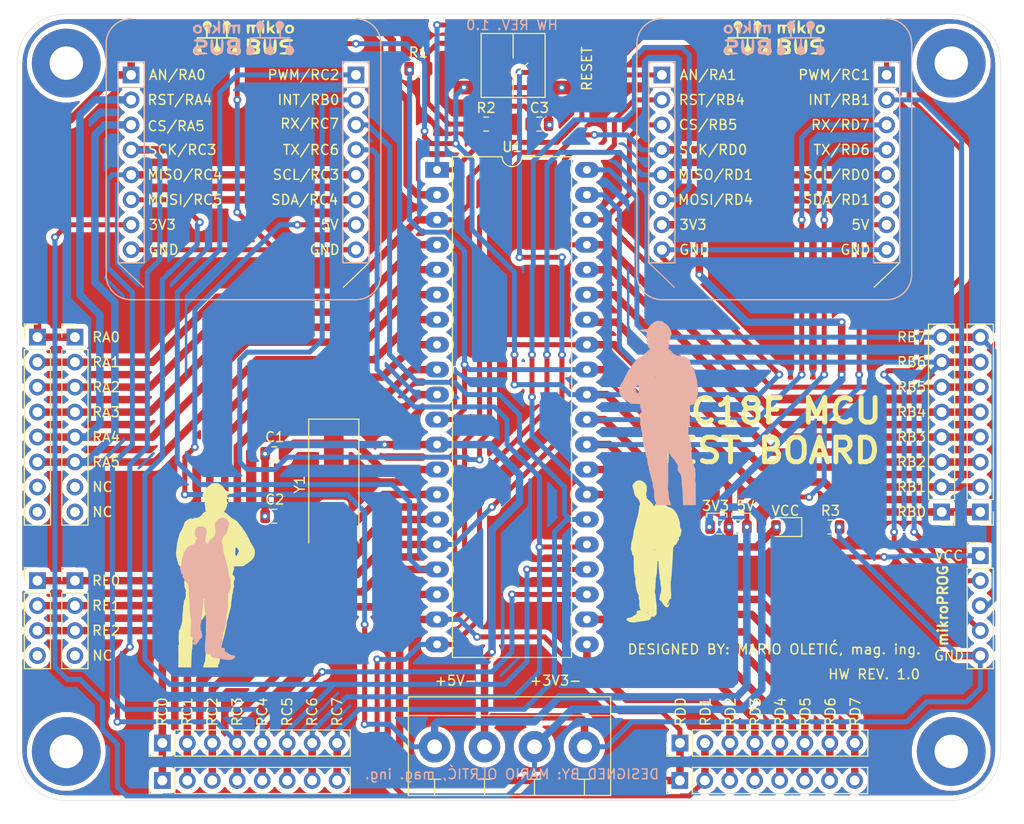
<source format=kicad_pcb>
(kicad_pcb (version 20171130) (host pcbnew "(5.1.5)-3")
  (layers (0 F.Cu signal) (31 B.Cu signal) (34 B.Paste user) (35 F.Paste user) (36 B.SilkS user) (37 F.SilkS user) (38 B.Mask user) (39 F.Mask user) (44 Edge.Cuts user))
  (net 0 "")
  (net 1 "Net-(C3-Pad1)")
  (net 2 "Net-(J3-Pad7)")
  (net 3 "Net-(J3-Pad8)")
  (net 4 "Net-(J4-Pad8)")
  (net 5 "Net-(J4-Pad7)")
  (net 6 "Net-(J5-Pad4)")
  (net 7 "Net-(J12-Pad4)")
  (net 8 OSC1)
  (net 9 GND)
  (net 10 OSC2)
  (net 11 "Net-(D1-Pad1)")
  (net 12 VCC)
  (net 13 RA0)
  (net 14 RA1)
  (net 15 RA2)
  (net 16 RA3)
  (net 17 RA4)
  (net 18 RA5)
  (net 19 RE0)
  (net 20 RE1)
  (net 21 RE2)
  (net 22 RC0)
  (net 23 RC1)
  (net 24 RC2)
  (net 25 RC3)
  (net 26 RC4)
  (net 27 RC5)
  (net 28 RC6)
  (net 29 RC7)
  (net 30 RB7)
  (net 31 RB6)
  (net 32 RB5)
  (net 33 RB4)
  (net 34 RB3)
  (net 35 RB2)
  (net 36 RB1)
  (net 37 RB0)
  (net 38 RD7)
  (net 39 RD6)
  (net 40 RD5)
  (net 41 RD4)
  (net 42 RD3)
  (net 43 RD2)
  (net 44 RD1)
  (net 45 RD0)
  (net 46 +5V)
  (net 47 +3V3)
  (net 48 MCLR)
  (module "PIC18F45K22 Board:m&d_logo2" (layer B.Cu) (at 69.85 128.27 180)
    (fp_text reference G*** hide)
    (fp_text value LOGO hide)
  )
  (module "PIC18F45K22 Board:me_logo" (layer B.Cu) (at 115.57 110.49 180)
    (fp_text reference G*** hide)
    (fp_text value LOGO hide)
  )
  (module "PIC18F45K22 Board:me_logo" (layer F.Cu) (at 69.85 127)
    (fp_text reference G*** hide)
    (fp_text value LOGO hide)
  )
  (module "PIC18F45K22 Board:m&d_logo2" (layer F.Cu) (at 114.3 124.46)
    (fp_text reference G*** hide)
    (fp_text value LOGO hide)
  )
  (module "PIC18F45K22 Board:TACTSWITCH6x6" (layer F.Cu) (at 100.444831 75.484991)
    (fp_text reference SW1 hide)
    (fp_text value SW_Push hide)
    (pad 2 smd rect (at -5 -2.5) (size 2.1 1.4) (layers F.Cu F.Paste F.Mask) (net 1 "Net-(C3-Pad1)"))
    (pad 2 smd rect (at 5 -2.5) (size 2.1 1.4) (layers F.Cu F.Paste F.Mask) (net 1 "Net-(C3-Pad1)"))
    (pad 1 smd rect (at 5 2) (size 2.1 1.4) (layers F.Cu F.Paste F.Mask) (net 9 GND))
    (pad 1 smd rect (at -5 2) (size 2.1 1.4) (layers F.Cu F.Paste F.Mask) (net 9 GND))
  )
  (module "PIC18F45K22 Board:ScrewHoleM3" (layer F.Cu) (at 145.00029 75.00029)
    (fp_text reference REF** hide)
    (fp_text value ScrewHoleM3 hide)
    (pad 1 thru_hole circle (at 0 0) (size 7 7) (drill 3.4) (layers *.Cu *.Mask))
  )
  (module "PIC18F45K22 Board:ScrewHoleM3" (layer F.Cu) (at 55.00029 75.00029)
    (fp_text reference REF** hide)
    (fp_text value ScrewHoleM3 hide)
    (pad 1 thru_hole circle (at 0 0) (size 7 7) (drill 3.4) (layers *.Cu *.Mask))
  )
  (module "PIC18F45K22 Board:ScrewHoleM3" (layer F.Cu) (at 55.00029 145.00029)
    (fp_text reference REF** hide)
    (fp_text value ScrewHoleM3 hide)
    (pad 1 thru_hole circle (at 0 0) (size 7 7) (drill 3.4) (layers *.Cu *.Mask))
  )
  (module "PIC18F45K22 Board:ScrewHoleM3" (layer F.Cu) (at 145 145)
    (fp_text reference REF** hide)
    (fp_text value ScrewHoleM3 hide)
    (pad 1 thru_hole circle (at 0 0) (size 7 7) (drill 3.4) (layers *.Cu *.Mask))
  )
  (module "PIC18F45K22 Board:mikroBUS_socket_BSilk" (layer B.Cu) (at 127 99.06 180)
    (fp_text reference REF** hide)
    (fp_text value mikroBUS_socket_BSilk hide)
  )
  (module "PIC18F45K22 Board:mikroBUS_socket_BSilk" (layer B.Cu) (at 73.025 99.06 180)
    (fp_text reference REF** hide)
    (fp_text value mikroBUS_socket_BSilk hide)
  )
  (module Package_DIP:DIP-40_W15.24mm_LongPads (layer F.Cu) (at 92.71 85.852)
    (fp_text reference U1 (at 7.62 -2.33) (layer F.SilkS))
    (fp_text value PIC18F45K22 hide)
    (pad 1 thru_hole rect (at 0 0) (size 2.4 1.6) (drill 0.8) (layers *.Cu *.Mask) (net 48 MCLR))
    (pad 21 thru_hole oval (at 15.24 48.26) (size 2.4 1.6) (drill 0.8) (layers *.Cu *.Mask) (net 43 RD2))
    (pad 2 thru_hole oval (at 0 2.54) (size 2.4 1.6) (drill 0.8) (layers *.Cu *.Mask) (net 13 RA0))
    (pad 22 thru_hole oval (at 15.24 45.72) (size 2.4 1.6) (drill 0.8) (layers *.Cu *.Mask) (net 42 RD3))
    (pad 3 thru_hole oval (at 0 5.08) (size 2.4 1.6) (drill 0.8) (layers *.Cu *.Mask) (net 14 RA1))
    (pad 23 thru_hole oval (at 15.24 43.18) (size 2.4 1.6) (drill 0.8) (layers *.Cu *.Mask) (net 26 RC4))
    (pad 4 thru_hole oval (at 0 7.62) (size 2.4 1.6) (drill 0.8) (layers *.Cu *.Mask) (net 15 RA2))
    (pad 24 thru_hole oval (at 15.24 40.64) (size 2.4 1.6) (drill 0.8) (layers *.Cu *.Mask) (net 27 RC5))
    (pad 5 thru_hole oval (at 0 10.16) (size 2.4 1.6) (drill 0.8) (layers *.Cu *.Mask) (net 16 RA3))
    (pad 25 thru_hole oval (at 15.24 38.1) (size 2.4 1.6) (drill 0.8) (layers *.Cu *.Mask) (net 28 RC6))
    (pad 6 thru_hole oval (at 0 12.7) (size 2.4 1.6) (drill 0.8) (layers *.Cu *.Mask) (net 17 RA4))
    (pad 26 thru_hole oval (at 15.24 35.56) (size 2.4 1.6) (drill 0.8) (layers *.Cu *.Mask) (net 29 RC7))
    (pad 7 thru_hole oval (at 0 15.24) (size 2.4 1.6) (drill 0.8) (layers *.Cu *.Mask) (net 18 RA5))
    (pad 27 thru_hole oval (at 15.24 33.02) (size 2.4 1.6) (drill 0.8) (layers *.Cu *.Mask) (net 41 RD4))
    (pad 8 thru_hole oval (at 0 17.78) (size 2.4 1.6) (drill 0.8) (layers *.Cu *.Mask) (net 19 RE0))
    (pad 28 thru_hole oval (at 15.24 30.48) (size 2.4 1.6) (drill 0.8) (layers *.Cu *.Mask) (net 40 RD5))
    (pad 9 thru_hole oval (at 0 20.32) (size 2.4 1.6) (drill 0.8) (layers *.Cu *.Mask) (net 20 RE1))
    (pad 29 thru_hole oval (at 15.24 27.94) (size 2.4 1.6) (drill 0.8) (layers *.Cu *.Mask) (net 39 RD6))
    (pad 10 thru_hole oval (at 0 22.86) (size 2.4 1.6) (drill 0.8) (layers *.Cu *.Mask) (net 21 RE2))
    (pad 30 thru_hole oval (at 15.24 25.4) (size 2.4 1.6) (drill 0.8) (layers *.Cu *.Mask) (net 38 RD7))
    (pad 11 thru_hole oval (at 0 25.4) (size 2.4 1.6) (drill 0.8) (layers *.Cu *.Mask) (net 12 VCC))
    (pad 31 thru_hole oval (at 15.24 22.86) (size 2.4 1.6) (drill 0.8) (layers *.Cu *.Mask) (net 9 GND))
    (pad 12 thru_hole oval (at 0 27.94) (size 2.4 1.6) (drill 0.8) (layers *.Cu *.Mask) (net 9 GND))
    (pad 32 thru_hole oval (at 15.24 20.32) (size 2.4 1.6) (drill 0.8) (layers *.Cu *.Mask) (net 12 VCC))
    (pad 13 thru_hole oval (at 0 30.48) (size 2.4 1.6) (drill 0.8) (layers *.Cu *.Mask) (net 8 OSC1))
    (pad 33 thru_hole oval (at 15.24 17.78) (size 2.4 1.6) (drill 0.8) (layers *.Cu *.Mask) (net 37 RB0))
    (pad 14 thru_hole oval (at 0 33.02) (size 2.4 1.6) (drill 0.8) (layers *.Cu *.Mask) (net 10 OSC2))
    (pad 34 thru_hole oval (at 15.24 15.24) (size 2.4 1.6) (drill 0.8) (layers *.Cu *.Mask) (net 36 RB1))
    (pad 15 thru_hole oval (at 0 35.56) (size 2.4 1.6) (drill 0.8) (layers *.Cu *.Mask) (net 22 RC0))
    (pad 35 thru_hole oval (at 15.24 12.7) (size 2.4 1.6) (drill 0.8) (layers *.Cu *.Mask) (net 35 RB2))
    (pad 16 thru_hole oval (at 0 38.1) (size 2.4 1.6) (drill 0.8) (layers *.Cu *.Mask) (net 23 RC1))
    (pad 36 thru_hole oval (at 15.24 10.16) (size 2.4 1.6) (drill 0.8) (layers *.Cu *.Mask) (net 34 RB3))
    (pad 17 thru_hole oval (at 0 40.64) (size 2.4 1.6) (drill 0.8) (layers *.Cu *.Mask) (net 24 RC2))
    (pad 37 thru_hole oval (at 15.24 7.62) (size 2.4 1.6) (drill 0.8) (layers *.Cu *.Mask) (net 33 RB4))
    (pad 18 thru_hole oval (at 0 43.18) (size 2.4 1.6) (drill 0.8) (layers *.Cu *.Mask) (net 25 RC3))
    (pad 38 thru_hole oval (at 15.24 5.08) (size 2.4 1.6) (drill 0.8) (layers *.Cu *.Mask) (net 32 RB5))
    (pad 19 thru_hole oval (at 0 45.72) (size 2.4 1.6) (drill 0.8) (layers *.Cu *.Mask) (net 45 RD0))
    (pad 39 thru_hole oval (at 15.24 2.54) (size 2.4 1.6) (drill 0.8) (layers *.Cu *.Mask) (net 31 RB6))
    (pad 20 thru_hole oval (at 0 48.26) (size 2.4 1.6) (drill 0.8) (layers *.Cu *.Mask) (net 44 RD1))
    (pad 40 thru_hole oval (at 15.24 0) (size 2.4 1.6) (drill 0.8) (layers *.Cu *.Mask) (net 30 RB7))
  )
  (module Capacitor_SMD:C_0805_2012Metric (layer F.Cu) (at 76.15833 114.72799 180)
    (fp_text reference C1 (at -0.04167 1.69799) (layer F.SilkS))
    (fp_text value 22pF hide)
    (pad 1 smd roundrect (at -0.9375 0 180) (size 0.975 1.4) (layers F.Cu F.Paste F.Mask) (net 8 OSC1))
    (pad 2 smd roundrect (at 0.9375 0 180) (size 0.975 1.4) (layers F.Cu F.Paste F.Mask) (net 9 GND))
  )
  (module Capacitor_SMD:C_0805_2012Metric (layer F.Cu) (at 76.15833 121.07799 180)
    (fp_text reference C2 (at -0.04167 1.69799) (layer F.SilkS))
    (fp_text value 22pF hide)
    (pad 2 smd roundrect (at 0.9375 0 180) (size 0.975 1.4) (layers F.Cu F.Paste F.Mask) (net 9 GND))
    (pad 1 smd roundrect (at -0.9375 0 180) (size 0.975 1.4) (layers F.Cu F.Paste F.Mask) (net 10 OSC2))
  )
  (module Capacitor_SMD:C_0805_2012Metric (layer F.Cu) (at 103.11233 81.19999)
    (fp_text reference C3 (at 0 -1.65) (layer F.SilkS))
    (fp_text value 0.1uF hide)
    (pad 1 smd roundrect (at -0.9375 0) (size 0.975 1.4) (layers F.Cu F.Paste F.Mask) (net 1 "Net-(C3-Pad1)"))
    (pad 2 smd roundrect (at 0.9375 0) (size 0.975 1.4) (layers F.Cu F.Paste F.Mask) (net 9 GND))
  )
  (module "PIC18F45K22 Board:Jumper_0805" (layer F.Cu) (at 121.412 122.174)
    (fp_text reference JP1 hide)
    (fp_text value SolderJumper_3_Open hide)
    (pad 3 smd roundrect (at 2.8044 0) (size 0.975 1.4) (layers F.Cu F.Paste F.Mask) (net 46 +5V))
    (pad 1 smd roundrect (at -0.9375 0) (size 0.975 1.4) (layers F.Cu F.Paste F.Mask) (net 47 +3V3))
    (pad 2 smd roundrect (at 0.9375 0) (size 0.975 1.4) (layers F.Cu F.Paste F.Mask) (net 12 VCC))
  )
  (module Resistor_SMD:R_0805_2012Metric (layer F.Cu) (at 90.805 75.565)
    (fp_text reference R1 (at 0 -1.65) (layer F.SilkS))
    (fp_text value 10k hide)
    (pad 1 smd roundrect (at -0.9375 0) (size 0.975 1.4) (layers F.Cu F.Paste F.Mask) (net 12 VCC))
    (pad 2 smd roundrect (at 0.9375 0) (size 0.975 1.4) (layers F.Cu F.Paste F.Mask) (net 1 "Net-(C3-Pad1)"))
  )
  (module Resistor_SMD:R_0805_2012Metric (layer F.Cu) (at 97.69983 81.19999)
    (fp_text reference R2 (at 0 -1.65) (layer F.SilkS))
    (fp_text value 2k2 hide)
    (pad 2 smd roundrect (at 0.9375 0) (size 0.975 1.4) (layers F.Cu F.Paste F.Mask) (net 48 MCLR))
    (pad 1 smd roundrect (at -0.9375 0) (size 0.975 1.4) (layers F.Cu F.Paste F.Mask) (net 1 "Net-(C3-Pad1)"))
  )
  (module Crystal:Crystal_SMD_HC49-SD (layer F.Cu) (at 82.20583 117.90299 270)
    (fp_text reference Y1 (at -0.04699 3.46583 90) (layer F.SilkS))
    (fp_text value 8MHz hide)
    (pad 1 smd rect (at -4.25 0 270) (size 4.5 2) (layers F.Cu F.Paste F.Mask) (net 8 OSC1))
    (pad 2 smd rect (at 4.25 0 270) (size 4.5 2) (layers F.Cu F.Paste F.Mask) (net 10 OSC2))
  )
  (module Connector_PinHeader_2.54mm:PinHeader_1x05_P2.54mm_Vertical (layer F.Cu) (at 147.955 125.095)
    (fp_text reference J2 hide)
    (fp_text value Conn_01x05 hide)
    (pad 1 thru_hole rect (at 0 0) (size 1.7 1.7) (drill 1) (layers *.Cu *.Mask) (net 12 VCC))
    (pad 2 thru_hole oval (at 0 2.54) (size 1.7 1.7) (drill 1) (layers *.Cu *.Mask) (net 31 RB6))
    (pad 3 thru_hole oval (at 0 5.08) (size 1.7 1.7) (drill 1) (layers *.Cu *.Mask) (net 30 RB7))
    (pad 4 thru_hole oval (at 0 7.62) (size 1.7 1.7) (drill 1) (layers *.Cu *.Mask) (net 48 MCLR))
    (pad 5 thru_hole oval (at 0 10.16) (size 1.7 1.7) (drill 1) (layers *.Cu *.Mask) (net 9 GND))
  )
  (module Connector_PinHeader_2.54mm:PinHeader_1x08_P2.54mm_Vertical (layer F.Cu) (at 52.07 102.87)
    (fp_text reference J3 hide)
    (fp_text value Conn_01x08 hide)
    (pad 1 thru_hole rect (at 0 0) (size 1.7 1.7) (drill 1) (layers *.Cu *.Mask) (net 13 RA0))
    (pad 2 thru_hole oval (at 0 2.54) (size 1.7 1.7) (drill 1) (layers *.Cu *.Mask) (net 14 RA1))
    (pad 3 thru_hole oval (at 0 5.08) (size 1.7 1.7) (drill 1) (layers *.Cu *.Mask) (net 15 RA2))
    (pad 4 thru_hole oval (at 0 7.62) (size 1.7 1.7) (drill 1) (layers *.Cu *.Mask) (net 16 RA3))
    (pad 5 thru_hole oval (at 0 10.16) (size 1.7 1.7) (drill 1) (layers *.Cu *.Mask) (net 17 RA4))
    (pad 6 thru_hole oval (at 0 12.7) (size 1.7 1.7) (drill 1) (layers *.Cu *.Mask) (net 18 RA5))
    (pad 7 thru_hole oval (at 0 15.24) (size 1.7 1.7) (drill 1) (layers *.Cu *.Mask) (net 2 "Net-(J3-Pad7)"))
    (pad 8 thru_hole oval (at 0 17.78) (size 1.7 1.7) (drill 1) (layers *.Cu *.Mask) (net 3 "Net-(J3-Pad8)"))
  )
  (module Connector_PinHeader_2.54mm:PinHeader_1x08_P2.54mm_Vertical (layer F.Cu) (at 55.88 102.87)
    (fp_text reference J4 hide)
    (fp_text value Conn_01x08 hide)
    (pad 8 thru_hole oval (at 0 17.78) (size 1.7 1.7) (drill 1) (layers *.Cu *.Mask) (net 4 "Net-(J4-Pad8)"))
    (pad 7 thru_hole oval (at 0 15.24) (size 1.7 1.7) (drill 1) (layers *.Cu *.Mask) (net 5 "Net-(J4-Pad7)"))
    (pad 6 thru_hole oval (at 0 12.7) (size 1.7 1.7) (drill 1) (layers *.Cu *.Mask) (net 18 RA5))
    (pad 5 thru_hole oval (at 0 10.16) (size 1.7 1.7) (drill 1) (layers *.Cu *.Mask) (net 17 RA4))
    (pad 4 thru_hole oval (at 0 7.62) (size 1.7 1.7) (drill 1) (layers *.Cu *.Mask) (net 16 RA3))
    (pad 3 thru_hole oval (at 0 5.08) (size 1.7 1.7) (drill 1) (layers *.Cu *.Mask) (net 15 RA2))
    (pad 2 thru_hole oval (at 0 2.54) (size 1.7 1.7) (drill 1) (layers *.Cu *.Mask) (net 14 RA1))
    (pad 1 thru_hole rect (at 0 0) (size 1.7 1.7) (drill 1) (layers *.Cu *.Mask) (net 13 RA0))
  )
  (module Connector_PinHeader_2.54mm:PinHeader_1x08_P2.54mm_Vertical (layer F.Cu) (at 64.77 147.955 90)
    (fp_text reference J6 hide)
    (fp_text value Conn_01x08 hide)
    (pad 1 thru_hole rect (at 0 0 90) (size 1.7 1.7) (drill 1) (layers *.Cu *.Mask) (net 22 RC0))
    (pad 2 thru_hole oval (at 0 2.54 90) (size 1.7 1.7) (drill 1) (layers *.Cu *.Mask) (net 23 RC1))
    (pad 3 thru_hole oval (at 0 5.08 90) (size 1.7 1.7) (drill 1) (layers *.Cu *.Mask) (net 24 RC2))
    (pad 4 thru_hole oval (at 0 7.62 90) (size 1.7 1.7) (drill 1) (layers *.Cu *.Mask) (net 25 RC3))
    (pad 5 thru_hole oval (at 0 10.16 90) (size 1.7 1.7) (drill 1) (layers *.Cu *.Mask) (net 26 RC4))
    (pad 6 thru_hole oval (at 0 12.7 90) (size 1.7 1.7) (drill 1) (layers *.Cu *.Mask) (net 27 RC5))
    (pad 7 thru_hole oval (at 0 15.24 90) (size 1.7 1.7) (drill 1) (layers *.Cu *.Mask) (net 28 RC6))
    (pad 8 thru_hole oval (at 0 17.78 90) (size 1.7 1.7) (drill 1) (layers *.Cu *.Mask) (net 29 RC7))
  )
  (module Connector_PinHeader_2.54mm:PinHeader_1x08_P2.54mm_Vertical (layer F.Cu) (at 64.77 144.145 90)
    (fp_text reference J7 hide)
    (fp_text value Conn_01x08 hide)
    (pad 8 thru_hole oval (at 0 17.78 90) (size 1.7 1.7) (drill 1) (layers *.Cu *.Mask) (net 29 RC7))
    (pad 7 thru_hole oval (at 0 15.24 90) (size 1.7 1.7) (drill 1) (layers *.Cu *.Mask) (net 28 RC6))
    (pad 6 thru_hole oval (at 0 12.7 90) (size 1.7 1.7) (drill 1) (layers *.Cu *.Mask) (net 27 RC5))
    (pad 5 thru_hole oval (at 0 10.16 90) (size 1.7 1.7) (drill 1) (layers *.Cu *.Mask) (net 26 RC4))
    (pad 4 thru_hole oval (at 0 7.62 90) (size 1.7 1.7) (drill 1) (layers *.Cu *.Mask) (net 25 RC3))
    (pad 3 thru_hole oval (at 0 5.08 90) (size 1.7 1.7) (drill 1) (layers *.Cu *.Mask) (net 24 RC2))
    (pad 2 thru_hole oval (at 0 2.54 90) (size 1.7 1.7) (drill 1) (layers *.Cu *.Mask) (net 23 RC1))
    (pad 1 thru_hole rect (at 0 0 90) (size 1.7 1.7) (drill 1) (layers *.Cu *.Mask) (net 22 RC0))
  )
  (module "PIC18F45K22 Board:mikroBUS_socket" (layer F.Cu) (at 73.025 99.06)
    (fp_text reference U2 hide)
    (fp_text value mikroBUS_socket hide)
    (pad 14 thru_hole oval (at 11.43 -17.78) (size 1.7 1.7) (drill 1) (layers *.Cu *.Mask) (net 29 RC7))
    (pad 9 thru_hole oval (at 11.43 -5.08) (size 1.7 1.7) (drill 1) (layers *.Cu *.Mask) (net 9 GND))
    (pad 16 thru_hole rect (at 11.43 -22.86) (size 1.7 1.7) (drill 1) (layers *.Cu *.Mask) (net 24 RC2))
    (pad 10 thru_hole oval (at 11.43 -7.62) (size 1.7 1.7) (drill 1) (layers *.Cu *.Mask) (net 46 +5V))
    (pad 11 thru_hole oval (at 11.43 -10.16) (size 1.7 1.7) (drill 1) (layers *.Cu *.Mask) (net 26 RC4))
    (pad 12 thru_hole oval (at 11.43 -12.7) (size 1.7 1.7) (drill 1) (layers *.Cu *.Mask) (net 25 RC3))
    (pad 15 thru_hole oval (at 11.43 -20.32) (size 1.7 1.7) (drill 1) (layers *.Cu *.Mask) (net 37 RB0))
    (pad 13 thru_hole oval (at 11.43 -15.24) (size 1.7 1.7) (drill 1) (layers *.Cu *.Mask) (net 28 RC6))
    (pad 3 thru_hole oval (at -11.43 -17.78) (size 1.7 1.7) (drill 1) (layers *.Cu *.Mask) (net 18 RA5))
    (pad 8 thru_hole oval (at -11.43 -5.08) (size 1.7 1.7) (drill 1) (layers *.Cu *.Mask) (net 9 GND))
    (pad 1 thru_hole rect (at -11.43 -22.86) (size 1.7 1.7) (drill 1) (layers *.Cu *.Mask) (net 13 RA0))
    (pad 7 thru_hole oval (at -11.43 -7.62) (size 1.7 1.7) (drill 1) (layers *.Cu *.Mask) (net 47 +3V3))
    (pad 6 thru_hole oval (at -11.43 -10.16) (size 1.7 1.7) (drill 1) (layers *.Cu *.Mask) (net 27 RC5))
    (pad 5 thru_hole oval (at -11.43 -12.7) (size 1.7 1.7) (drill 1) (layers *.Cu *.Mask) (net 26 RC4))
    (pad 2 thru_hole oval (at -11.43 -20.32) (size 1.7 1.7) (drill 1) (layers *.Cu *.Mask) (net 17 RA4))
    (pad 4 thru_hole oval (at -11.43 -15.24) (size 1.7 1.7) (drill 1) (layers *.Cu *.Mask) (net 25 RC3))
  )
  (module "PIC18F45K22 Board:mikroBUS_socket" (layer F.Cu) (at 127 99.06)
    (fp_text reference U3 hide)
    (fp_text value mikroBUS_socket hide)
    (pad 4 thru_hole oval (at -11.43 -15.24) (size 1.7 1.7) (drill 1) (layers *.Cu *.Mask) (net 45 RD0))
    (pad 2 thru_hole oval (at -11.43 -20.32) (size 1.7 1.7) (drill 1) (layers *.Cu *.Mask) (net 33 RB4))
    (pad 5 thru_hole oval (at -11.43 -12.7) (size 1.7 1.7) (drill 1) (layers *.Cu *.Mask) (net 44 RD1))
    (pad 6 thru_hole oval (at -11.43 -10.16) (size 1.7 1.7) (drill 1) (layers *.Cu *.Mask) (net 41 RD4))
    (pad 7 thru_hole oval (at -11.43 -7.62) (size 1.7 1.7) (drill 1) (layers *.Cu *.Mask) (net 47 +3V3))
    (pad 1 thru_hole rect (at -11.43 -22.86) (size 1.7 1.7) (drill 1) (layers *.Cu *.Mask) (net 14 RA1))
    (pad 8 thru_hole oval (at -11.43 -5.08) (size 1.7 1.7) (drill 1) (layers *.Cu *.Mask) (net 9 GND))
    (pad 3 thru_hole oval (at -11.43 -17.78) (size 1.7 1.7) (drill 1) (layers *.Cu *.Mask) (net 32 RB5))
    (pad 13 thru_hole oval (at 11.43 -15.24) (size 1.7 1.7) (drill 1) (layers *.Cu *.Mask) (net 39 RD6))
    (pad 15 thru_hole oval (at 11.43 -20.32) (size 1.7 1.7) (drill 1) (layers *.Cu *.Mask) (net 36 RB1))
    (pad 12 thru_hole oval (at 11.43 -12.7) (size 1.7 1.7) (drill 1) (layers *.Cu *.Mask) (net 45 RD0))
    (pad 11 thru_hole oval (at 11.43 -10.16) (size 1.7 1.7) (drill 1) (layers *.Cu *.Mask) (net 44 RD1))
    (pad 10 thru_hole oval (at 11.43 -7.62) (size 1.7 1.7) (drill 1) (layers *.Cu *.Mask) (net 46 +5V))
    (pad 16 thru_hole rect (at 11.43 -22.86) (size 1.7 1.7) (drill 1) (layers *.Cu *.Mask) (net 23 RC1))
    (pad 9 thru_hole oval (at 11.43 -5.08) (size 1.7 1.7) (drill 1) (layers *.Cu *.Mask) (net 9 GND))
    (pad 14 thru_hole oval (at 11.43 -17.78) (size 1.7 1.7) (drill 1) (layers *.Cu *.Mask) (net 38 RD7))
  )
  (module Connector_PinHeader_2.54mm:PinHeader_1x08_P2.54mm_Vertical (layer F.Cu) (at 147.955 120.65 180)
    (fp_text reference J8 hide)
    (fp_text value Conn_01x08 hide)
    (pad 8 thru_hole oval (at 0 17.78 180) (size 1.7 1.7) (drill 1) (layers *.Cu *.Mask) (net 30 RB7))
    (pad 7 thru_hole oval (at 0 15.24 180) (size 1.7 1.7) (drill 1) (layers *.Cu *.Mask) (net 31 RB6))
    (pad 6 thru_hole oval (at 0 12.7 180) (size 1.7 1.7) (drill 1) (layers *.Cu *.Mask) (net 32 RB5))
    (pad 5 thru_hole oval (at 0 10.16 180) (size 1.7 1.7) (drill 1) (layers *.Cu *.Mask) (net 33 RB4))
    (pad 4 thru_hole oval (at 0 7.62 180) (size 1.7 1.7) (drill 1) (layers *.Cu *.Mask) (net 34 RB3))
    (pad 3 thru_hole oval (at 0 5.08 180) (size 1.7 1.7) (drill 1) (layers *.Cu *.Mask) (net 35 RB2))
    (pad 2 thru_hole oval (at 0 2.54 180) (size 1.7 1.7) (drill 1) (layers *.Cu *.Mask) (net 36 RB1))
    (pad 1 thru_hole rect (at 0 0 180) (size 1.7 1.7) (drill 1) (layers *.Cu *.Mask) (net 37 RB0))
  )
  (module Connector_PinHeader_2.54mm:PinHeader_1x08_P2.54mm_Vertical (layer F.Cu) (at 144.019999 120.65 180)
    (fp_text reference J9 hide)
    (fp_text value Conn_01x08 hide)
    (pad 1 thru_hole rect (at 0 0 180) (size 1.7 1.7) (drill 1) (layers *.Cu *.Mask) (net 37 RB0))
    (pad 2 thru_hole oval (at 0 2.54 180) (size 1.7 1.7) (drill 1) (layers *.Cu *.Mask) (net 36 RB1))
    (pad 3 thru_hole oval (at 0 5.08 180) (size 1.7 1.7) (drill 1) (layers *.Cu *.Mask) (net 35 RB2))
    (pad 4 thru_hole oval (at 0 7.62 180) (size 1.7 1.7) (drill 1) (layers *.Cu *.Mask) (net 34 RB3))
    (pad 5 thru_hole oval (at 0 10.16 180) (size 1.7 1.7) (drill 1) (layers *.Cu *.Mask) (net 33 RB4))
    (pad 6 thru_hole oval (at 0 12.7 180) (size 1.7 1.7) (drill 1) (layers *.Cu *.Mask) (net 32 RB5))
    (pad 7 thru_hole oval (at 0 15.24 180) (size 1.7 1.7) (drill 1) (layers *.Cu *.Mask) (net 31 RB6))
    (pad 8 thru_hole oval (at 0 17.78 180) (size 1.7 1.7) (drill 1) (layers *.Cu *.Mask) (net 30 RB7))
  )
  (module Connector_PinHeader_2.54mm:PinHeader_1x08_P2.54mm_Vertical (layer F.Cu) (at 117.395001 147.955 90)
    (fp_text reference J10 hide)
    (fp_text value Conn_01x08 hide)
    (pad 8 thru_hole oval (at 0 17.78 90) (size 1.7 1.7) (drill 1) (layers *.Cu *.Mask) (net 38 RD7))
    (pad 7 thru_hole oval (at 0 15.24 90) (size 1.7 1.7) (drill 1) (layers *.Cu *.Mask) (net 39 RD6))
    (pad 6 thru_hole oval (at 0 12.7 90) (size 1.7 1.7) (drill 1) (layers *.Cu *.Mask) (net 40 RD5))
    (pad 5 thru_hole oval (at 0 10.16 90) (size 1.7 1.7) (drill 1) (layers *.Cu *.Mask) (net 41 RD4))
    (pad 4 thru_hole oval (at 0 7.62 90) (size 1.7 1.7) (drill 1) (layers *.Cu *.Mask) (net 42 RD3))
    (pad 3 thru_hole oval (at 0 5.08 90) (size 1.7 1.7) (drill 1) (layers *.Cu *.Mask) (net 43 RD2))
    (pad 2 thru_hole oval (at 0 2.54 90) (size 1.7 1.7) (drill 1) (layers *.Cu *.Mask) (net 44 RD1))
    (pad 1 thru_hole rect (at 0 0 90) (size 1.7 1.7) (drill 1) (layers *.Cu *.Mask) (net 45 RD0))
  )
  (module Connector_PinHeader_2.54mm:PinHeader_1x08_P2.54mm_Vertical (layer F.Cu) (at 117.4115 144.145 90)
    (fp_text reference J11 hide)
    (fp_text value Conn_01x08 hide)
    (pad 1 thru_hole rect (at 0 0 90) (size 1.7 1.7) (drill 1) (layers *.Cu *.Mask) (net 45 RD0))
    (pad 2 thru_hole oval (at 0 2.54 90) (size 1.7 1.7) (drill 1) (layers *.Cu *.Mask) (net 44 RD1))
    (pad 3 thru_hole oval (at 0 5.08 90) (size 1.7 1.7) (drill 1) (layers *.Cu *.Mask) (net 43 RD2))
    (pad 4 thru_hole oval (at 0 7.62 90) (size 1.7 1.7) (drill 1) (layers *.Cu *.Mask) (net 42 RD3))
    (pad 5 thru_hole oval (at 0 10.16 90) (size 1.7 1.7) (drill 1) (layers *.Cu *.Mask) (net 41 RD4))
    (pad 6 thru_hole oval (at 0 12.7 90) (size 1.7 1.7) (drill 1) (layers *.Cu *.Mask) (net 40 RD5))
    (pad 7 thru_hole oval (at 0 15.24 90) (size 1.7 1.7) (drill 1) (layers *.Cu *.Mask) (net 39 RD6))
    (pad 8 thru_hole oval (at 0 17.78 90) (size 1.7 1.7) (drill 1) (layers *.Cu *.Mask) (net 38 RD7))
  )
  (module LED_SMD:LED_0805_2012Metric (layer F.Cu) (at 128.110001 122.178001 180)
    (fp_text reference D1 hide)
    (fp_text value PWR hide)
    (pad 1 smd roundrect (at -0.9375 0 180) (size 0.975 1.4) (layers F.Cu F.Paste F.Mask) (net 11 "Net-(D1-Pad1)"))
    (pad 2 smd roundrect (at 0.9375 0 180) (size 0.975 1.4) (layers F.Cu F.Paste F.Mask) (net 12 VCC))
  )
  (module Resistor_SMD:R_0805_2012Metric (layer F.Cu) (at 132.715 122.174)
    (fp_text reference R3 (at 0 -1.65) (layer F.SilkS))
    (fp_text value 4k7 hide)
    (pad 1 smd roundrect (at -0.9375 0) (size 0.975 1.4) (layers F.Cu F.Paste F.Mask) (net 11 "Net-(D1-Pad1)"))
    (pad 2 smd roundrect (at 0.9375 0) (size 0.975 1.4) (layers F.Cu F.Paste F.Mask) (net 9 GND))
  )
  (module "PIC18F45K22 Board:PCB_Screw_Terminal_5.08_4ways" (layer F.Cu) (at 92.456 144.399)
    (fp_text reference J1 hide)
    (fp_text value Screw_Terminal_01x04 hide)
    (pad 2 thru_hole circle (at 5.08 0.127) (size 3.2 3.2) (drill 1.5) (layers *.Cu *.Mask) (net 9 GND))
    (pad 1 thru_hole circle (at 0 0.127) (size 3.2 3.2) (drill 1.5) (layers *.Cu *.Mask) (net 46 +5V))
    (pad 3 thru_hole circle (at 10.16 0.127) (size 3.2 3.2) (drill 1.5) (layers *.Cu *.Mask) (net 47 +3V3))
    (pad 4 thru_hole circle (at 15.24 0.127) (size 3.2 3.2) (drill 1.5) (layers *.Cu *.Mask) (net 9 GND))
  )
  (module Connector_PinHeader_2.54mm:PinHeader_1x04_P2.54mm_Vertical (layer F.Cu) (at 52.07 127.635)
    (fp_text reference J5 hide)
    (fp_text value Conn_01x04 hide)
    (pad 1 thru_hole rect (at 0 0) (size 1.7 1.7) (drill 1) (layers *.Cu *.Mask) (net 19 RE0))
    (pad 2 thru_hole oval (at 0 2.54) (size 1.7 1.7) (drill 1) (layers *.Cu *.Mask) (net 20 RE1))
    (pad 3 thru_hole oval (at 0 5.08) (size 1.7 1.7) (drill 1) (layers *.Cu *.Mask) (net 21 RE2))
    (pad 4 thru_hole oval (at 0 7.62) (size 1.7 1.7) (drill 1) (layers *.Cu *.Mask) (net 6 "Net-(J5-Pad4)"))
  )
  (module Connector_PinHeader_2.54mm:PinHeader_1x04_P2.54mm_Vertical (layer F.Cu) (at 55.88 127.635)
    (fp_text reference J12 hide)
    (fp_text value Conn_01x04 hide)
    (pad 4 thru_hole oval (at 0 7.62) (size 1.7 1.7) (drill 1) (layers *.Cu *.Mask) (net 7 "Net-(J12-Pad4)"))
    (pad 3 thru_hole oval (at 0 5.08) (size 1.7 1.7) (drill 1) (layers *.Cu *.Mask) (net 21 RE2))
    (pad 2 thru_hole oval (at 0 2.54) (size 1.7 1.7) (drill 1) (layers *.Cu *.Mask) (net 20 RE1))
    (pad 1 thru_hole rect (at 0 0) (size 1.7 1.7) (drill 1) (layers *.Cu *.Mask) (net 19 RE0))
  )
  (gr_arc (start 54.99989 144.99971) (end 49.9999 144.99971) (angle -90) (layer Edge.Cuts) (width 0.05))
  (gr_text "HW REV. 1.0" (at 100.33 71.12) (layer B.SilkS) (effects (font (size 1 1)) (justify mirror)))
  (gr_text "DESIGNED BY: MARIO OLRTIĆ, mag. ing." (at 100.33 147.32) (layer B.SilkS) (effects (font (size 1 1)) (justify mirror)))
  (gr_text "DESIGNED BY: MARIO OLETIĆ, mag. ing." (at 127 134.62) (layer F.SilkS) (effects (font (size 1 1))))
  (gr_text "HW REV. 1.0" (at 137.16 137.16) (layer F.SilkS) (effects (font (size 1 1))))
  (gr_text PWM/RC1 (at 133.096 76.2) (layer F.SilkS) (effects (font (size 1 1))))
  (gr_text INT/RB1 (at 133.604 78.74) (layer F.SilkS) (effects (font (size 1 1))))
  (gr_text RX/RD7 (at 133.731 81.28) (layer F.SilkS) (effects (font (size 1 1))))
  (gr_text TX/RD6 (at 133.858 83.82) (layer F.SilkS) (effects (font (size 1 1))))
  (gr_text SCL/RD0 (at 133.35 86.36) (layer F.SilkS) (effects (font (size 1 1))))
  (gr_text SDA/RD1 (at 133.35 88.9) (layer F.SilkS) (effects (font (size 1 1))))
  (gr_text 5V (at 135.763 91.44) (layer F.SilkS) (effects (font (size 1 1))))
  (gr_text GND (at 135.255 93.98) (layer F.SilkS) (effects (font (size 1 1))))
  (gr_text GND (at 118.872 93.98) (layer F.SilkS) (effects (font (size 1 1))))
  (gr_text 3V3 (at 118.745 91.44) (layer F.SilkS) (effects (font (size 1 1))))
  (gr_text MOSI/RD4 (at 121.031 88.9) (layer F.SilkS) (effects (font (size 1 1))))
  (gr_text MISO/RD1 (at 121.031 86.36) (layer F.SilkS) (effects (font (size 1 1))))
  (gr_text SCK/RD0 (at 120.777 83.82) (layer F.SilkS) (effects (font (size 1 1))))
  (gr_text CS/RB5 (at 120.269 81.28) (layer F.SilkS) (effects (font (size 1 1))))
  (gr_text RST/RB4 (at 120.65 78.74) (layer F.SilkS) (effects (font (size 1 1))))
  (gr_text AN/RA1 (at 120.269 76.2) (layer F.SilkS) (effects (font (size 1 1))))
  (gr_text PWM/RC2 (at 79.121 76.2) (layer F.SilkS) (effects (font (size 1 1))))
  (gr_text INT/RB0 (at 79.629 78.74) (layer F.SilkS) (effects (font (size 1 1))))
  (gr_text RX/RC7 (at 79.756 81.153) (layer F.SilkS) (effects (font (size 1 1))))
  (gr_text TX/RC6 (at 79.883 83.82) (layer F.SilkS) (effects (font (size 1 1))))
  (gr_text SCL/RC3 (at 79.375 86.36) (layer F.SilkS) (effects (font (size 1 1))))
  (gr_text SDA/RC4 (at 79.248 88.9) (layer F.SilkS) (effects (font (size 1 1))))
  (gr_text 5V (at 81.788 91.44) (layer F.SilkS) (effects (font (size 1 1))))
  (gr_text GND (at 81.28 93.98) (layer F.SilkS) (effects (font (size 1 1))))
  (gr_text GND (at 64.897 93.98) (layer F.SilkS) (effects (font (size 1 1))))
  (gr_text 3V3 (at 64.77 91.44) (layer F.SilkS) (effects (font (size 1 1))))
  (gr_text MOSI/RC5 (at 67.056 88.9) (layer F.SilkS) (effects (font (size 1 1))))
  (gr_text MISO/RC4 (at 67.056 86.36) (layer F.SilkS) (effects (font (size 1 1))))
  (gr_text SCK/RC3 (at 66.802 83.82) (layer F.SilkS) (effects (font (size 1 1))))
  (gr_text CS/RA5 (at 66.167 81.407) (layer F.SilkS) (effects (font (size 1 1))))
  (gr_text RST/RA4 (at 66.548 78.74) (layer F.SilkS) (effects (font (size 1 1))))
  (gr_text AN/RA0 (at 66.294 76.2) (layer F.SilkS) (effects (font (size 1 1))))
  (gr_text RESET (at 107.95 75.565 90) (layer F.SilkS) (effects (font (size 1 1))))
  (gr_text RB7 (at 140.97 102.87) (layer F.SilkS) (effects (font (size 1 1))))
  (gr_text RB6 (at 140.97 105.41) (layer F.SilkS) (effects (font (size 1 1))))
  (gr_text RB5 (at 140.97 107.95) (layer F.SilkS) (effects (font (size 1 1))))
  (gr_text RB4 (at 140.97 110.49) (layer F.SilkS) (effects (font (size 1 1))))
  (gr_text RB3 (at 140.97 113.03) (layer F.SilkS) (effects (font (size 1 1))))
  (gr_text RB2 (at 140.97 115.57) (layer F.SilkS) (effects (font (size 1 1))))
  (gr_text RB1 (at 140.97 118.11) (layer F.SilkS) (effects (font (size 1 1))))
  (gr_text RB0 (at 140.97 120.65) (layer F.SilkS) (effects (font (size 1 1))))
  (gr_text GND (at 144.78 135.255) (layer F.SilkS) (effects (font (size 1 1))))
  (gr_text VCC (at 144.78 125.095) (layer F.SilkS) (effects (font (size 1 1))))
  (gr_text RD7 (at 135.255 140.97 90) (layer F.SilkS) (effects (font (size 1 1))))
  (gr_text RD6 (at 132.715 140.97 90) (layer F.SilkS) (effects (font (size 1 1))))
  (gr_text RD5 (at 130.175 140.97 90) (layer F.SilkS) (effects (font (size 1 1))))
  (gr_text RD4 (at 127.635 140.97 90) (layer F.SilkS) (effects (font (size 1 1))))
  (gr_text RD3 (at 125.095 140.97 90) (layer F.SilkS) (effects (font (size 1 1))))
  (gr_text RD2 (at 122.555 140.97 90) (layer F.SilkS) (effects (font (size 1 1))))
  (gr_text RD1 (at 120.015 140.97 90) (layer F.SilkS) (effects (font (size 1 1))))
  (gr_text RD0 (at 117.475 140.97 90) (layer F.SilkS) (effects (font (size 1 1))))
  (gr_text +3V3- (at 104.775 137.795) (layer F.SilkS) (effects (font (size 1 1))))
  (gr_text +5V- (at 94.615 137.795) (layer F.SilkS) (effects (font (size 1 1))))
  (gr_text RC7 (at 82.55 140.97 90) (layer F.SilkS) (effects (font (size 1 1))))
  (gr_text RC6 (at 80.01 140.97 90) (layer F.SilkS) (effects (font (size 1 1))))
  (gr_text RC5 (at 77.47 140.97 90) (layer F.SilkS) (effects (font (size 1 1))))
  (gr_text RC4 (at 74.93 140.97 90) (layer F.SilkS) (effects (font (size 1 1))))
  (gr_text RC3 (at 72.39 140.97 90) (layer F.SilkS) (effects (font (size 1 1))))
  (gr_text RC2 (at 69.85 140.97 90) (layer F.SilkS) (effects (font (size 1 1))))
  (gr_text RC1 (at 67.31 140.97 90) (layer F.SilkS) (effects (font (size 1 1))))
  (gr_text RC0 (at 64.77 140.97 90) (layer F.SilkS) (effects (font (size 1 1))))
  (gr_text NC (at 58.674 135.255) (layer F.SilkS) (effects (font (size 1 1))))
  (gr_text RE2 (at 59.055 132.715) (layer F.SilkS) (effects (font (size 1 1))))
  (gr_text RE1 (at 59.055 130.175) (layer F.SilkS) (effects (font (size 1 1))))
  (gr_text RE0 (at 59.055 127.635) (layer F.SilkS) (effects (font (size 1 1))))
  (gr_text NC (at 58.674 120.65) (layer F.SilkS) (effects (font (size 1 1))))
  (gr_text NC (at 58.674 118.11) (layer F.SilkS) (effects (font (size 1 1))))
  (gr_text RA5 (at 59.055 115.57) (layer F.SilkS) (effects (font (size 1 1))))
  (gr_text RA4 (at 59.055 113.03) (layer F.SilkS) (effects (font (size 1 1))))
  (gr_text RA3 (at 59.055 110.49) (layer F.SilkS) (effects (font (size 1 1))))
  (gr_text RA2 (at 59.055 107.95) (layer F.SilkS) (effects (font (size 1 1))))
  (gr_text RA1 (at 59.055 105.41) (layer F.SilkS) (effects (font (size 1 1))))
  (gr_text RA0 (at 59.055 102.87) (layer F.SilkS) (effects (font (size 1 1))))
  (gr_text 5V (at 124.079 120.015) (layer F.SilkS) (effects (font (size 1 1))))
  (gr_text 3V3 (at 121.031 120.015) (layer F.SilkS) (effects (font (size 1 1))))
  (gr_line (start 124.587 120.777) (end 124.587 121.158) (layer F.SilkS) (width 0.12))
  (gr_line (start 122.682 120.777) (end 124.587 120.777) (layer F.SilkS) (width 0.12))
  (gr_line (start 122.682 121.158) (end 122.682 120.777) (layer F.SilkS) (width 0.12))
  (gr_line (start 122.174 120.777) (end 122.174 121.158) (layer F.SilkS) (width 0.12))
  (gr_line (start 120.142 120.777) (end 122.174 120.777) (layer F.SilkS) (width 0.12))
  (gr_line (start 120.142 121.158) (end 120.142 120.777) (layer F.SilkS) (width 0.12))
  (gr_text VCC (at 128.143 120.523) (layer F.SilkS) (effects (font (size 1 1))))
  (gr_text mikroPROG (at 144.145 130.175 90) (layer F.SilkS) (effects (font (size 1 1) (thickness 0.22))))
  (gr_arc (start 54.99989 74.99985) (end 54.99989 69.99986) (angle -90) (layer Edge.Cuts) (width 0.05))
  (gr_arc (start 144.99971 74.99985) (end 149.9997 74.99985) (angle -90) (layer Edge.Cuts) (width 0.05))
  (gr_arc (start 144.99971 144.99971) (end 144.99971 149.9997) (angle -90) (layer Edge.Cuts) (width 0.05))
  (gr_line (start 50 75) (end 50 145) (layer Edge.Cuts) (width 0.05))
  (gr_line (start 145 70) (end 55 70) (layer Edge.Cuts) (width 0.05))
  (gr_line (start 149.9997 144.99971) (end 150 75) (layer Edge.Cuts) (width 0.05))
  (gr_line (start 55 150) (end 144.99971 149.9997) (layer Edge.Cuts) (width 0.05))
  (gr_text "PIC18F MCU\nTEST BOARD" (at 126.365 112.395) (layer F.SilkS) (effects (font (size 2.5 2.5) (thickness 0.5))))
  (segment (start 105.444831 72.984991) (end 95.444831 72.984991) (width 0.508) (layer F.Cu) (net 1))
  (segment (start 91.7425 75.565) (end 91.7425 73.9925) (width 0.508) (layer F.Cu) (net 1))
  (segment (start 92.750009 72.984991) (end 95.444831 72.984991) (width 0.508) (layer F.Cu) (net 1))
  (segment (start 91.7425 73.9925) (end 92.750009 72.984991) (width 0.508) (layer F.Cu) (net 1))
  (segment (start 96.76233 81.19999) (end 96.76233 79.76767) (width 0.508) (layer F.Cu) (net 1))
  (segment (start 96.76233 79.76767) (end 97.155 79.375) (width 0.508) (layer F.Cu) (net 1))
  (segment (start 97.155 79.375) (end 101.6 79.375) (width 0.508) (layer F.Cu) (net 1))
  (segment (start 102.17483 79.94983) (end 102.17483 81.19999) (width 0.508) (layer F.Cu) (net 1))
  (segment (start 101.6 79.375) (end 102.17483 79.94983) (width 0.508) (layer F.Cu) (net 1))
  (segment (start 96.76233 81.19999) (end 93.89999 81.19999) (width 0.508) (layer F.Cu) (net 1))
  (segment (start 91.7425 79.0425) (end 91.7425 75.565) (width 0.508) (layer F.Cu) (net 1))
  (segment (start 93.89999 81.19999) (end 91.7425 79.0425) (width 0.508) (layer F.Cu) (net 1))
  (segment (start 82.20583 113.65299) (end 84.44299 113.65299) (width 0.762) (layer F.Cu) (net 8))
  (segment (start 87.122 116.332) (end 92.71 116.332) (width 0.762) (layer F.Cu) (net 8))
  (segment (start 84.44299 113.65299) (end 87.122 116.332) (width 0.762) (layer F.Cu) (net 8))
  (segment (start 78.17083 113.65299) (end 77.09583 114.72799) (width 0.762) (layer F.Cu) (net 8))
  (segment (start 82.20583 113.65299) (end 78.17083 113.65299) (width 0.762) (layer F.Cu) (net 8))
  (via (at 133.604 122.174) (size 0.8) (drill 0.4) (layers F.Cu B.Cu) (net 9))
  (via (at 104.14 81.28) (size 0.8) (drill 0.4) (layers F.Cu B.Cu) (net 9))
  (segment (start 103.886831 77.484991) (end 95.444831 77.484991) (width 0.508) (layer F.Cu) (net 9))
  (segment (start 105.444831 77.484991) (end 105.395009 77.484991) (width 0.508) (layer F.Cu) (net 9))
  (segment (start 75.22083 114.72799) (end 75.22083 114.72799) (width 0.762) (layer F.Cu) (net 9))
  (segment (start 105.395009 77.484991) (end 103.886831 77.484991) (width 0.508) (layer F.Cu) (net 9))
  (via (at 105.395009 77.484991) (size 0.8) (drill 0.4) (layers F.Cu B.Cu) (net 9))
  (segment (start 95.444831 77.484991) (end 95.444831 77.484991) (width 0.508) (layer F.Cu) (net 9))
  (via (at 95.444831 77.484991) (size 0.8) (drill 0.4) (layers F.Cu B.Cu) (net 9))
  (segment (start 75.22083 114.72799) (end 75.22083 121.07799) (width 0.762) (layer F.Cu) (net 9))
  (via (at 75.22083 114.72799) (size 0.8) (drill 0.4) (layers F.Cu B.Cu) (net 9))
  (segment (start 75.22083 121.07799) (end 75.22083 121.07799) (width 0.762) (layer F.Cu) (net 9))
  (via (at 75.22083 121.07799) (size 0.8) (drill 0.4) (layers F.Cu B.Cu) (net 9))
  (segment (start 115.57 93.98) (end 138.43 93.98) (width 0.508) (layer B.Cu) (net 9))
  (segment (start 61.595 93.98) (end 84.455 93.98) (width 0.508) (layer F.Cu) (net 9))
  (via (at 72.39 90.17) (size 0.8) (drill 0.4) (layers F.Cu B.Cu) (net 9))
  (segment (start 84.455 93.98) (end 76.2 93.98) (width 0.508) (layer F.Cu) (net 9))
  (segment (start 76.2 93.98) (end 72.39 90.17) (width 0.508) (layer F.Cu) (net 9))
  (via (at 72.39 78.74) (size 0.8) (drill 0.4) (layers F.Cu B.Cu) (net 9))
  (segment (start 72.39 90.17) (end 72.39 78.74) (width 0.508) (layer B.Cu) (net 9))
  (segment (start 72.39 78.74) (end 72.39 76.2) (width 0.508) (layer F.Cu) (net 9))
  (segment (start 72.39 76.2) (end 72.39 73.66) (width 0.508) (layer F.Cu) (net 9))
  (segment (start 72.39 73.66) (end 73.025 73.025) (width 0.508) (layer F.Cu) (net 9))
  (via (at 84.455 73.025) (size 0.8) (drill 0.4) (layers F.Cu B.Cu) (net 9))
  (segment (start 73.025 73.025) (end 84.455 73.025) (width 0.508) (layer F.Cu) (net 9))
  (segment (start 84.455 73.025) (end 89.535 73.025) (width 0.508) (layer B.Cu) (net 9))
  (segment (start 89.535 73.025) (end 91.44 74.93) (width 0.508) (layer B.Cu) (net 9))
  (via (at 91.44 81.915) (size 0.8) (drill 0.4) (layers F.Cu B.Cu) (net 9))
  (segment (start 91.44 74.93) (end 91.44 81.915) (width 0.508) (layer B.Cu) (net 9))
  (segment (start 91.44 81.915) (end 91.44 82.55) (width 0.508) (layer F.Cu) (net 9))
  (segment (start 91.44 82.55) (end 92.075 83.185) (width 0.508) (layer F.Cu) (net 9))
  (via (at 94.615 83.185) (size 0.8) (drill 0.4) (layers F.Cu B.Cu) (net 9))
  (segment (start 92.075 83.185) (end 94.615 83.185) (width 0.508) (layer F.Cu) (net 9))
  (segment (start 94.615 78.314822) (end 95.444831 77.484991) (width 0.508) (layer B.Cu) (net 9))
  (segment (start 94.615 83.185) (end 94.615 78.314822) (width 0.508) (layer B.Cu) (net 9))
  (segment (start 104.14 78.789822) (end 105.444831 77.484991) (width 0.508) (layer F.Cu) (net 9))
  (segment (start 104.14 81.28) (end 104.14 78.789822) (width 0.508) (layer F.Cu) (net 9))
  (segment (start 113.03 108.712) (end 125.476 108.712) (width 0.508) (layer B.Cu) (net 9))
  (via (at 127.508 106.68) (size 0.8) (drill 0.4) (layers F.Cu B.Cu) (net 9))
  (segment (start 125.476 108.712) (end 127.508 106.68) (width 0.508) (layer B.Cu) (net 9))
  (segment (start 115.57 94.742) (end 115.57 93.98) (width 0.508) (layer F.Cu) (net 9))
  (segment (start 127.508 106.68) (end 115.57 94.742) (width 0.508) (layer F.Cu) (net 9))
  (segment (start 92.71 113.792) (end 90.748 113.792) (width 0.762) (layer F.Cu) (net 9))
  (via (at 87.376 113.792) (size 0.8) (drill 0.4) (layers F.Cu B.Cu) (net 9))
  (segment (start 90.748 113.792) (end 87.376 113.792) (width 0.762) (layer F.Cu) (net 9))
  (segment (start 76.15682 113.792) (end 75.22083 114.72799) (width 0.762) (layer B.Cu) (net 9))
  (segment (start 87.376 113.792) (end 76.15682 113.792) (width 0.762) (layer B.Cu) (net 9))
  (segment (start 97.536 144.526) (end 97.536 142.263259) (width 0.762) (layer F.Cu) (net 9))
  (segment (start 97.536 142.263259) (end 97.536 135.636) (width 0.762) (layer F.Cu) (net 9))
  (via (at 98.298 134.874) (size 0.8) (drill 0.4) (layers F.Cu B.Cu) (net 9))
  (segment (start 97.536 135.636) (end 98.298 134.874) (width 0.762) (layer F.Cu) (net 9))
  (segment (start 101.092 119.634) (end 101.092 119.634) (width 0.762) (layer B.Cu) (net 9))
  (segment (start 101.092 119.634) (end 101.092 116.84) (width 0.762) (layer B.Cu) (net 9))
  (segment (start 98.044 113.792) (end 92.71 113.792) (width 0.762) (layer B.Cu) (net 9))
  (segment (start 101.092 116.84) (end 98.044 113.792) (width 0.762) (layer B.Cu) (net 9))
  (segment (start 98.298 134.874) (end 98.298 122.428) (width 0.762) (layer B.Cu) (net 9))
  (segment (start 98.298 122.428) (end 101.092 119.634) (width 0.762) (layer B.Cu) (net 9))
  (segment (start 113.03 108.712) (end 107.95 108.712) (width 0.508) (layer B.Cu) (net 9))
  (segment (start 109.958741 144.526) (end 112.498741 141.986) (width 0.508) (layer B.Cu) (net 9))
  (segment (start 107.696 144.526) (end 109.958741 144.526) (width 0.508) (layer B.Cu) (net 9))
  (segment (start 112.498741 141.986) (end 140.462 141.986) (width 0.508) (layer B.Cu) (net 9))
  (segment (start 140.462 141.986) (end 142.494 139.954) (width 0.508) (layer B.Cu) (net 9))
  (segment (start 142.494 139.954) (end 146.558 139.954) (width 0.508) (layer B.Cu) (net 9))
  (segment (start 147.955 138.557) (end 147.955 135.255) (width 0.508) (layer B.Cu) (net 9))
  (segment (start 146.558 139.954) (end 147.955 138.557) (width 0.508) (layer B.Cu) (net 9))
  (segment (start 115.824 114.554) (end 109.982 108.712) (width 0.762) (layer F.Cu) (net 9))
  (segment (start 147.955 135.255) (end 131.191 135.255) (width 0.762) (layer F.Cu) (net 9))
  (segment (start 131.191 135.255) (end 125.476 129.54) (width 0.762) (layer F.Cu) (net 9))
  (segment (start 119.634 129.54) (end 115.824 125.73) (width 0.762) (layer F.Cu) (net 9))
  (segment (start 125.476 129.54) (end 119.634 129.54) (width 0.762) (layer F.Cu) (net 9))
  (segment (start 109.982 108.712) (end 107.95 108.712) (width 0.762) (layer F.Cu) (net 9))
  (segment (start 115.824 125.73) (end 115.824 114.554) (width 0.762) (layer F.Cu) (net 9))
  (segment (start 97.536 142.263259) (end 98.321259 141.478) (width 0.762) (layer F.Cu) (net 9))
  (segment (start 98.321259 141.478) (end 107.188 141.478) (width 0.762) (layer F.Cu) (net 9))
  (segment (start 107.696 141.986) (end 107.696 144.526) (width 0.762) (layer F.Cu) (net 9))
  (segment (start 107.188 141.478) (end 107.696 141.986) (width 0.762) (layer F.Cu) (net 9))
  (segment (start 133.604 122.174) (end 133.604 123.19) (width 0.508) (layer B.Cu) (net 9))
  (segment (start 145.669 135.255) (end 147.955 135.255) (width 0.508) (layer B.Cu) (net 9))
  (segment (start 133.604 123.19) (end 145.669 135.255) (width 0.508) (layer B.Cu) (net 9))
  (segment (start 106.242 108.712) (end 105.226 107.696) (width 0.508) (layer B.Cu) (net 9))
  (segment (start 107.95 108.712) (end 106.242 108.712) (width 0.508) (layer B.Cu) (net 9))
  (segment (start 105.226 107.696) (end 100.584 107.696) (width 0.508) (layer B.Cu) (net 9))
  (via (at 100.584 107.696) (size 0.8) (drill 0.4) (layers F.Cu B.Cu) (net 9))
  (segment (start 100.584 107.696) (end 100.584 104.648) (width 0.508) (layer F.Cu) (net 9))
  (via (at 100.584 104.648) (size 0.8) (drill 0.4) (layers F.Cu B.Cu) (net 9))
  (segment (start 100.584 96.266) (end 96.266 91.948) (width 0.508) (layer B.Cu) (net 9))
  (segment (start 95.014999 83.584999) (end 94.615 83.185) (width 0.508) (layer B.Cu) (net 9))
  (segment (start 96.266 84.836) (end 95.014999 83.584999) (width 0.508) (layer B.Cu) (net 9))
  (segment (start 96.266 91.948) (end 96.266 84.836) (width 0.508) (layer B.Cu) (net 9))
  (segment (start 100.584 104.648) (end 100.584 96.266) (width 0.508) (layer B.Cu) (net 9))
  (segment (start 83.96783 122.15299) (end 87.24882 118.872) (width 0.762) (layer F.Cu) (net 10))
  (segment (start 82.20583 122.15299) (end 83.96783 122.15299) (width 0.762) (layer F.Cu) (net 10))
  (segment (start 87.24882 118.872) (end 92.71 118.872) (width 0.762) (layer F.Cu) (net 10))
  (segment (start 81.13083 121.07799) (end 82.20583 122.15299) (width 0.762) (layer F.Cu) (net 10))
  (segment (start 77.09583 121.07799) (end 81.13083 121.07799) (width 0.762) (layer F.Cu) (net 10))
  (segment (start 131.773499 122.178001) (end 131.7775 122.174) (width 0.762) (layer F.Cu) (net 11))
  (segment (start 129.047501 122.178001) (end 131.773499 122.178001) (width 0.762) (layer F.Cu) (net 11))
  (via (at 127.254 122.174) (size 0.8) (drill 0.4) (layers F.Cu B.Cu) (net 12))
  (via (at 122.428 122.174) (size 0.8) (drill 0.4) (layers F.Cu B.Cu) (net 12))
  (via (at 89.916 75.692) (size 0.8) (drill 0.4) (layers F.Cu B.Cu) (net 12))
  (segment (start 127.172501 122.878001) (end 127.254 122.9595) (width 0.508) (layer F.Cu) (net 12))
  (segment (start 127.172501 122.178001) (end 127.172501 122.878001) (width 0.508) (layer F.Cu) (net 12))
  (segment (start 127.254 122.9595) (end 127.254 123.952) (width 0.508) (layer F.Cu) (net 12))
  (via (at 138.176 125.222) (size 0.8) (drill 0.4) (layers F.Cu B.Cu) (net 12))
  (segment (start 127.254 123.952) (end 128.524 125.222) (width 0.508) (layer F.Cu) (net 12))
  (segment (start 128.524 125.222) (end 138.176 125.222) (width 0.508) (layer F.Cu) (net 12))
  (segment (start 138.176 125.222) (end 139.7 125.222) (width 0.508) (layer B.Cu) (net 12))
  (segment (start 139.827 125.095) (end 147.955 125.095) (width 0.508) (layer B.Cu) (net 12))
  (segment (start 139.7 125.222) (end 139.827 125.095) (width 0.508) (layer B.Cu) (net 12))
  (segment (start 122.428 122.174) (end 122.428 123.444) (width 0.762) (layer F.Cu) (net 12))
  (segment (start 122.428 123.444) (end 123.19 124.206) (width 0.762) (layer F.Cu) (net 12))
  (segment (start 126.854001 122.573999) (end 127.254 122.174) (width 0.762) (layer F.Cu) (net 12))
  (segment (start 125.222 124.206) (end 126.854001 122.573999) (width 0.762) (layer F.Cu) (net 12))
  (segment (start 123.19 124.206) (end 125.222 124.206) (width 0.762) (layer F.Cu) (net 12))
  (segment (start 122.3495 122.174) (end 122.3495 118.0315) (width 0.762) (layer F.Cu) (net 12))
  (segment (start 110.49 106.172) (end 107.95 106.172) (width 0.762) (layer F.Cu) (net 12))
  (segment (start 122.3495 118.0315) (end 110.49 106.172) (width 0.762) (layer F.Cu) (net 12))
  (segment (start 94.418 111.252) (end 95.504 110.166) (width 0.508) (layer F.Cu) (net 12))
  (segment (start 92.71 111.252) (end 94.418 111.252) (width 0.508) (layer F.Cu) (net 12))
  (via (at 95.504 105.664) (size 0.8) (drill 0.4) (layers F.Cu B.Cu) (net 12))
  (segment (start 95.504 110.166) (end 95.504 105.664) (width 0.508) (layer F.Cu) (net 12))
  (segment (start 93.597447 92.18601) (end 91.17001 92.18601) (width 0.508) (layer B.Cu) (net 12))
  (segment (start 95.504 94.092563) (end 93.597447 92.18601) (width 0.508) (layer B.Cu) (net 12))
  (segment (start 89.916 90.932) (end 89.916 75.692) (width 0.508) (layer B.Cu) (net 12))
  (segment (start 91.17001 92.18601) (end 89.916 90.932) (width 0.508) (layer B.Cu) (net 12))
  (segment (start 95.504 105.664) (end 95.504 104.394) (width 0.508) (layer B.Cu) (net 12))
  (segment (start 95.504 104.394) (end 95.504 94.092563) (width 0.508) (layer B.Cu) (net 12))
  (segment (start 96.012 106.172) (end 95.504 105.664) (width 0.508) (layer B.Cu) (net 12))
  (segment (start 107.95 106.172) (end 96.012 106.172) (width 0.508) (layer B.Cu) (net 12))
  (segment (start 90.748 88.392) (end 89.662 87.306) (width 0.762) (layer F.Cu) (net 13))
  (segment (start 92.71 88.392) (end 90.748 88.392) (width 0.762) (layer F.Cu) (net 13))
  (segment (start 89.662 87.306) (end 89.662 78.74) (width 0.762) (layer F.Cu) (net 13))
  (segment (start 89.662 78.74) (end 88.138 77.216) (width 0.762) (layer F.Cu) (net 13))
  (segment (start 88.138 77.216) (end 88.138 72.644) (width 0.762) (layer F.Cu) (net 13))
  (segment (start 88.138 72.644) (end 86.614 71.12) (width 0.762) (layer F.Cu) (net 13))
  (segment (start 86.614 71.12) (end 62.992 71.12) (width 0.762) (layer F.Cu) (net 13))
  (segment (start 61.595 72.517) (end 61.595 76.2) (width 0.762) (layer F.Cu) (net 13))
  (segment (start 62.992 71.12) (end 61.595 72.517) (width 0.762) (layer F.Cu) (net 13))
  (segment (start 59.983 76.2) (end 55.411 80.772) (width 0.762) (layer F.Cu) (net 13))
  (segment (start 61.595 76.2) (end 59.983 76.2) (width 0.762) (layer F.Cu) (net 13))
  (segment (start 55.411 80.772) (end 53.34 80.772) (width 0.762) (layer F.Cu) (net 13))
  (segment (start 52.07 82.042) (end 52.07 102.87) (width 0.762) (layer F.Cu) (net 13))
  (segment (start 53.34 80.772) (end 52.07 82.042) (width 0.762) (layer F.Cu) (net 13))
  (segment (start 52.07 102.87) (end 55.88 102.87) (width 0.762) (layer F.Cu) (net 13))
  (segment (start 90.748 90.932) (end 82.874 98.806) (width 0.762) (layer F.Cu) (net 14))
  (segment (start 92.71 90.932) (end 90.748 90.932) (width 0.762) (layer F.Cu) (net 14))
  (segment (start 82.874 98.806) (end 70.358 98.806) (width 0.762) (layer F.Cu) (net 14))
  (segment (start 63.754 105.41) (end 55.88 105.41) (width 0.762) (layer F.Cu) (net 14))
  (segment (start 70.358 98.806) (end 63.754 105.41) (width 0.762) (layer F.Cu) (net 14))
  (segment (start 55.88 105.41) (end 52.07 105.41) (width 0.762) (layer F.Cu) (net 14))
  (segment (start 108.458 76.2) (end 115.57 76.2) (width 0.508) (layer F.Cu) (net 14))
  (segment (start 107.442 77.216) (end 108.458 76.2) (width 0.508) (layer F.Cu) (net 14))
  (segment (start 95.942 89.408) (end 95.942 86.684) (width 0.508) (layer F.Cu) (net 14))
  (segment (start 107.442 80.518) (end 107.442 77.216) (width 0.508) (layer F.Cu) (net 14))
  (segment (start 92.71 90.932) (end 94.418 90.932) (width 0.508) (layer F.Cu) (net 14))
  (segment (start 94.418 90.932) (end 95.942 89.408) (width 0.508) (layer F.Cu) (net 14))
  (segment (start 95.942 86.684) (end 99.568 83.058) (width 0.508) (layer F.Cu) (net 14))
  (segment (start 104.902 83.058) (end 107.442 80.518) (width 0.508) (layer F.Cu) (net 14))
  (segment (start 99.568 83.058) (end 104.902 83.058) (width 0.508) (layer F.Cu) (net 14))
  (segment (start 90.748 93.472) (end 83.89 100.33) (width 0.762) (layer F.Cu) (net 15))
  (segment (start 92.71 93.472) (end 90.748 93.472) (width 0.762) (layer F.Cu) (net 15))
  (segment (start 83.89 100.33) (end 71.12 100.33) (width 0.762) (layer F.Cu) (net 15))
  (segment (start 63.5 107.95) (end 55.88 107.95) (width 0.762) (layer F.Cu) (net 15))
  (segment (start 71.12 100.33) (end 63.5 107.95) (width 0.762) (layer F.Cu) (net 15))
  (segment (start 52.07 107.95) (end 55.88 107.95) (width 0.762) (layer F.Cu) (net 15))
  (segment (start 90.748 96.012) (end 84.906 101.854) (width 0.762) (layer F.Cu) (net 16))
  (segment (start 92.71 96.012) (end 90.748 96.012) (width 0.762) (layer F.Cu) (net 16))
  (segment (start 84.906 101.854) (end 72.136 101.854) (width 0.762) (layer F.Cu) (net 16))
  (segment (start 63.5 110.49) (end 55.88 110.49) (width 0.762) (layer F.Cu) (net 16))
  (segment (start 72.136 101.854) (end 63.5 110.49) (width 0.762) (layer F.Cu) (net 16))
  (segment (start 55.88 110.49) (end 52.07 110.49) (width 0.762) (layer F.Cu) (net 16))
  (segment (start 55.88 113.03) (end 63.754 113.03) (width 0.762) (layer F.Cu) (net 17))
  (segment (start 63.754 113.03) (end 73.406 103.378) (width 0.762) (layer F.Cu) (net 17))
  (segment (start 73.406 103.378) (end 85.344 103.378) (width 0.762) (layer F.Cu) (net 17))
  (segment (start 90.17 98.552) (end 92.71 98.552) (width 0.762) (layer F.Cu) (net 17))
  (segment (start 85.344 103.378) (end 90.17 98.552) (width 0.762) (layer F.Cu) (net 17))
  (segment (start 52.07 113.03) (end 55.88 113.03) (width 0.762) (layer F.Cu) (net 17))
  (segment (start 57.082081 113.03) (end 58.42 111.692081) (width 0.762) (layer B.Cu) (net 17))
  (segment (start 55.88 113.03) (end 57.082081 113.03) (width 0.762) (layer B.Cu) (net 17))
  (segment (start 58.42 111.692081) (end 58.42 100.584) (width 0.762) (layer B.Cu) (net 17))
  (segment (start 58.42 100.584) (end 56.388 98.552) (width 0.762) (layer B.Cu) (net 17))
  (segment (start 56.388 98.552) (end 56.388 80.264) (width 0.762) (layer B.Cu) (net 17))
  (segment (start 57.912 78.74) (end 61.595 78.74) (width 0.762) (layer B.Cu) (net 17))
  (segment (start 56.388 80.264) (end 57.912 78.74) (width 0.762) (layer B.Cu) (net 17))
  (segment (start 90.424 101.092) (end 92.71 101.092) (width 0.762) (layer F.Cu) (net 18))
  (segment (start 86.36 105.156) (end 90.424 101.092) (width 0.762) (layer F.Cu) (net 18))
  (segment (start 74.422 105.156) (end 86.36 105.156) (width 0.762) (layer F.Cu) (net 18))
  (segment (start 55.88 115.57) (end 64.008 115.57) (width 0.762) (layer F.Cu) (net 18))
  (segment (start 64.008 115.57) (end 74.422 105.156) (width 0.762) (layer F.Cu) (net 18))
  (segment (start 55.88 115.57) (end 52.07 115.57) (width 0.762) (layer F.Cu) (net 18))
  (segment (start 57.082081 115.57) (end 59.944 112.708081) (width 0.762) (layer B.Cu) (net 18))
  (segment (start 55.88 115.57) (end 57.082081 115.57) (width 0.762) (layer B.Cu) (net 18))
  (segment (start 59.944 112.708081) (end 59.944 99.314) (width 0.762) (layer B.Cu) (net 18))
  (segment (start 59.944 99.314) (end 57.912 97.282) (width 0.762) (layer B.Cu) (net 18))
  (segment (start 57.912 97.282) (end 57.912 82.296) (width 0.762) (layer B.Cu) (net 18))
  (segment (start 58.928 81.28) (end 61.595 81.28) (width 0.762) (layer B.Cu) (net 18))
  (segment (start 57.912 82.296) (end 58.928 81.28) (width 0.762) (layer B.Cu) (net 18))
  (segment (start 92.71 103.632) (end 90.424 103.632) (width 0.762) (layer F.Cu) (net 19))
  (segment (start 90.424 103.632) (end 87.122 106.934) (width 0.762) (layer F.Cu) (net 19))
  (segment (start 87.122 106.934) (end 74.93 106.934) (width 0.762) (layer F.Cu) (net 19))
  (segment (start 74.93 106.934) (end 69.596 112.268) (width 0.762) (layer F.Cu) (net 19))
  (segment (start 69.596 112.268) (end 69.596 125.73) (width 0.762) (layer F.Cu) (net 19))
  (segment (start 67.691 127.635) (end 55.88 127.635) (width 0.762) (layer F.Cu) (net 19))
  (segment (start 69.596 125.73) (end 67.691 127.635) (width 0.762) (layer F.Cu) (net 19))
  (segment (start 55.88 127.635) (end 52.07 127.635) (width 0.762) (layer F.Cu) (net 19))
  (segment (start 92.71 106.172) (end 90.17 106.172) (width 0.762) (layer F.Cu) (net 20))
  (segment (start 90.17 106.172) (end 87.884 108.458) (width 0.762) (layer F.Cu) (net 20))
  (segment (start 87.884 108.458) (end 75.692 108.458) (width 0.762) (layer F.Cu) (net 20))
  (segment (start 75.692 108.458) (end 71.12 113.03) (width 0.762) (layer F.Cu) (net 20))
  (segment (start 71.12 113.03) (end 71.12 127.762) (width 0.762) (layer F.Cu) (net 20))
  (segment (start 68.707 130.175) (end 55.88 130.175) (width 0.762) (layer F.Cu) (net 20))
  (segment (start 71.12 127.762) (end 68.707 130.175) (width 0.762) (layer F.Cu) (net 20))
  (segment (start 52.07 130.175) (end 55.88 130.175) (width 0.762) (layer F.Cu) (net 20))
  (segment (start 90.748 108.712) (end 89.478 109.982) (width 0.762) (layer F.Cu) (net 21))
  (segment (start 92.71 108.712) (end 90.748 108.712) (width 0.762) (layer F.Cu) (net 21))
  (segment (start 89.478 109.982) (end 76.454 109.982) (width 0.762) (layer F.Cu) (net 21))
  (segment (start 76.454 109.982) (end 72.39 114.046) (width 0.762) (layer F.Cu) (net 21))
  (segment (start 72.39 114.046) (end 72.39 130.302) (width 0.762) (layer F.Cu) (net 21))
  (segment (start 69.977 132.715) (end 55.88 132.715) (width 0.762) (layer F.Cu) (net 21))
  (segment (start 72.39 130.302) (end 69.977 132.715) (width 0.762) (layer F.Cu) (net 21))
  (segment (start 55.88 132.715) (end 52.07 132.715) (width 0.762) (layer F.Cu) (net 21))
  (segment (start 64.77 144.145) (end 64.77 147.955) (width 0.762) (layer F.Cu) (net 22))
  (segment (start 92.71 121.412) (end 87.376 121.412) (width 0.762) (layer F.Cu) (net 22))
  (segment (start 87.376 121.412) (end 84.836 123.952) (width 0.762) (layer F.Cu) (net 22))
  (segment (start 84.836 123.952) (end 84.836 124.714) (width 0.762) (layer F.Cu) (net 22))
  (segment (start 84.836 124.714) (end 83.82 125.73) (width 0.762) (layer F.Cu) (net 22))
  (segment (start 83.82 125.73) (end 75.692 125.73) (width 0.762) (layer F.Cu) (net 22))
  (segment (start 75.692 125.73) (end 74.422 127) (width 0.762) (layer F.Cu) (net 22))
  (segment (start 74.422 127) (end 74.422 131.064) (width 0.762) (layer F.Cu) (net 22))
  (segment (start 74.422 131.064) (end 71.12 134.366) (width 0.762) (layer F.Cu) (net 22))
  (segment (start 71.12 134.366) (end 66.294 134.366) (width 0.762) (layer F.Cu) (net 22))
  (segment (start 64.77 135.89) (end 64.77 144.145) (width 0.762) (layer F.Cu) (net 22))
  (segment (start 66.294 134.366) (end 64.77 135.89) (width 0.762) (layer F.Cu) (net 22))
  (segment (start 67.31 144.145) (end 67.31 147.955) (width 0.762) (layer F.Cu) (net 23))
  (segment (start 67.31 144.145) (end 67.31 137.16) (width 0.762) (layer F.Cu) (net 23))
  (segment (start 67.31 137.16) (end 68.58 135.89) (width 0.762) (layer F.Cu) (net 23))
  (segment (start 68.58 135.89) (end 72.39 135.89) (width 0.762) (layer F.Cu) (net 23))
  (segment (start 72.39 135.89) (end 75.946 132.334) (width 0.762) (layer F.Cu) (net 23))
  (segment (start 75.946 132.334) (end 75.946 128.27) (width 0.762) (layer F.Cu) (net 23))
  (segment (start 75.946 128.27) (end 77.216 127) (width 0.762) (layer F.Cu) (net 23))
  (segment (start 77.216 127) (end 84.582 127) (width 0.762) (layer F.Cu) (net 23))
  (segment (start 87.63 123.952) (end 92.71 123.952) (width 0.762) (layer F.Cu) (net 23))
  (segment (start 84.582 127) (end 87.63 123.952) (width 0.762) (layer F.Cu) (net 23))
  (via (at 98.298 120.142) (size 0.8) (drill 0.4) (layers F.Cu B.Cu) (net 23))
  (via (at 105.41 104.648) (size 0.8) (drill 0.4) (layers F.Cu B.Cu) (net 23))
  (segment (start 105.41 113.03) (end 105.41 105.41) (width 0.508) (layer F.Cu) (net 23))
  (via (at 105.41 94.742) (size 0.8) (drill 0.4) (layers F.Cu B.Cu) (net 23))
  (via (at 101.092 94.742) (size 0.8) (drill 0.4) (layers F.Cu B.Cu) (net 23))
  (segment (start 105.41 94.742) (end 101.092 94.742) (width 0.508) (layer F.Cu) (net 23))
  (segment (start 94.488 123.952) (end 92.71 123.952) (width 0.508) (layer B.Cu) (net 23))
  (segment (start 98.298 120.142) (end 94.488 123.952) (width 0.508) (layer B.Cu) (net 23))
  (segment (start 105.41 113.03) (end 98.298 120.142) (width 0.508) (layer F.Cu) (net 23))
  (via (at 101.092 75.946) (size 0.8) (drill 0.4) (layers F.Cu B.Cu) (net 23))
  (segment (start 101.092 94.742) (end 101.092 75.946) (width 0.508) (layer B.Cu) (net 23))
  (segment (start 138.43 74.842) (end 138.43 76.2) (width 0.508) (layer F.Cu) (net 23))
  (segment (start 135.978 72.39) (end 138.43 74.842) (width 0.508) (layer F.Cu) (net 23))
  (segment (start 101.092 75.946) (end 107.442 75.946) (width 0.508) (layer F.Cu) (net 23))
  (segment (start 113.538 72.39) (end 135.978 72.39) (width 0.508) (layer F.Cu) (net 23))
  (segment (start 107.442 75.946) (end 108.204 75.184) (width 0.508) (layer F.Cu) (net 23))
  (segment (start 108.204 75.184) (end 110.744 75.184) (width 0.508) (layer F.Cu) (net 23))
  (segment (start 110.744 75.184) (end 113.538 72.39) (width 0.508) (layer F.Cu) (net 23))
  (segment (start 105.41 105.41) (end 105.41 104.648) (width 0.508) (layer F.Cu) (net 23))
  (segment (start 105.41 104.648) (end 105.41 94.742) (width 0.508) (layer B.Cu) (net 23))
  (segment (start 69.85 144.145) (end 69.85 147.955) (width 0.762) (layer F.Cu) (net 24))
  (segment (start 69.85 138.684) (end 69.85 144.145) (width 0.762) (layer F.Cu) (net 24))
  (segment (start 70.866 137.668) (end 69.85 138.684) (width 0.762) (layer F.Cu) (net 24))
  (segment (start 73.406 137.668) (end 70.866 137.668) (width 0.762) (layer F.Cu) (net 24))
  (segment (start 77.724 133.35) (end 73.406 137.668) (width 0.762) (layer F.Cu) (net 24))
  (segment (start 87.376 126.492) (end 85.09 128.778) (width 0.762) (layer F.Cu) (net 24))
  (segment (start 92.71 126.492) (end 87.376 126.492) (width 0.762) (layer F.Cu) (net 24))
  (segment (start 85.09 128.778) (end 78.994 128.778) (width 0.762) (layer F.Cu) (net 24))
  (segment (start 78.994 128.778) (end 77.724 130.048) (width 0.762) (layer F.Cu) (net 24))
  (segment (start 77.724 130.048) (end 77.724 133.35) (width 0.762) (layer F.Cu) (net 24))
  (segment (start 72.39 76.2) (end 84.455 76.2) (width 0.508) (layer B.Cu) (net 24))
  (segment (start 70.612 77.978) (end 72.39 76.2) (width 0.508) (layer B.Cu) (net 24))
  (segment (start 70.612 93.98) (end 70.612 77.978) (width 0.508) (layer B.Cu) (net 24))
  (segment (start 66.294 98.298) (end 70.612 93.98) (width 0.508) (layer B.Cu) (net 24))
  (segment (start 66.294 115.57) (end 66.294 98.298) (width 0.508) (layer B.Cu) (net 24))
  (segment (start 66.294 115.57) (end 68.58 117.856) (width 0.508) (layer B.Cu) (net 24))
  (segment (start 68.58 117.856) (end 88.138 117.856) (width 0.508) (layer B.Cu) (net 24))
  (segment (start 88.138 117.856) (end 89.916 119.634) (width 0.508) (layer B.Cu) (net 24))
  (segment (start 89.916 125.406) (end 91.002 126.492) (width 0.508) (layer B.Cu) (net 24))
  (segment (start 91.002 126.492) (end 92.71 126.492) (width 0.508) (layer B.Cu) (net 24))
  (segment (start 89.916 119.634) (end 89.916 125.406) (width 0.508) (layer B.Cu) (net 24))
  (segment (start 72.39 144.145) (end 72.39 147.955) (width 0.762) (layer F.Cu) (net 25))
  (segment (start 61.595 83.82) (end 66.802 83.82) (width 0.762) (layer F.Cu) (net 25))
  (segment (start 69.342 86.36) (end 84.455 86.36) (width 0.762) (layer F.Cu) (net 25))
  (segment (start 66.802 83.82) (end 69.342 86.36) (width 0.762) (layer F.Cu) (net 25))
  (segment (start 72.39 144.145) (end 72.39 141.224) (width 0.762) (layer F.Cu) (net 25))
  (segment (start 72.39 141.224) (end 79.248 134.366) (width 0.762) (layer F.Cu) (net 25))
  (segment (start 79.248 134.366) (end 79.248 131.826) (width 0.762) (layer F.Cu) (net 25))
  (segment (start 79.248 131.826) (end 80.772 130.302) (width 0.762) (layer F.Cu) (net 25))
  (segment (start 80.772 130.302) (end 86.36 130.302) (width 0.762) (layer F.Cu) (net 25))
  (segment (start 87.63 129.032) (end 92.71 129.032) (width 0.762) (layer F.Cu) (net 25))
  (segment (start 86.36 130.302) (end 87.63 129.032) (width 0.762) (layer F.Cu) (net 25))
  (via (at 60.198 141.986) (size 0.8) (drill 0.4) (layers F.Cu B.Cu) (net 25))
  (segment (start 60.198 141.986) (end 60.198 135.636) (width 0.508) (layer F.Cu) (net 25))
  (via (at 61.468 134.366) (size 0.8) (drill 0.4) (layers F.Cu B.Cu) (net 25))
  (segment (start 60.198 135.636) (end 61.468 134.366) (width 0.508) (layer F.Cu) (net 25))
  (segment (start 63.754 83.82) (end 61.595 83.82) (width 0.508) (layer B.Cu) (net 25))
  (segment (start 63.246 114.046) (end 63.246 96.266) (width 0.508) (layer B.Cu) (net 25))
  (segment (start 61.468 134.366) (end 61.468 115.824) (width 0.508) (layer B.Cu) (net 25))
  (segment (start 61.468 115.824) (end 63.246 114.046) (width 0.508) (layer B.Cu) (net 25))
  (segment (start 64.516 94.996) (end 64.516 84.582) (width 0.508) (layer B.Cu) (net 25))
  (segment (start 64.516 84.582) (end 63.754 83.82) (width 0.508) (layer B.Cu) (net 25))
  (segment (start 63.246 96.266) (end 64.516 94.996) (width 0.508) (layer B.Cu) (net 25))
  (segment (start 70.231 141.986) (end 60.198 141.986) (width 0.508) (layer B.Cu) (net 25))
  (segment (start 72.39 144.145) (end 70.231 141.986) (width 0.508) (layer B.Cu) (net 25))
  (segment (start 74.93 144.145) (end 74.93 147.955) (width 0.762) (layer F.Cu) (net 26))
  (segment (start 68.072 88.9) (end 84.455 88.9) (width 0.762) (layer F.Cu) (net 26))
  (segment (start 61.595 86.36) (end 65.532 86.36) (width 0.762) (layer F.Cu) (net 26))
  (segment (start 65.532 86.36) (end 68.072 88.9) (width 0.762) (layer F.Cu) (net 26))
  (segment (start 74.93 142.942919) (end 80.966919 136.906) (width 0.508) (layer F.Cu) (net 26))
  (segment (start 74.93 144.145) (end 74.93 142.942919) (width 0.508) (layer F.Cu) (net 26))
  (via (at 81.026 136.906) (size 0.8) (drill 0.4) (layers F.Cu B.Cu) (net 26))
  (segment (start 87.122 136.906) (end 98.298 136.906) (width 0.508) (layer B.Cu) (net 26))
  (segment (start 98.298 136.906) (end 100.33 134.874) (width 0.508) (layer B.Cu) (net 26))
  (via (at 100.33 129.032) (size 0.8) (drill 0.4) (layers F.Cu B.Cu) (net 26))
  (segment (start 100.33 134.874) (end 100.33 129.032) (width 0.508) (layer B.Cu) (net 26))
  (segment (start 100.33 129.032) (end 107.95 129.032) (width 0.508) (layer F.Cu) (net 26))
  (segment (start 74.93 144.145) (end 74.93 141.478) (width 0.508) (layer B.Cu) (net 26))
  (segment (start 74.93 141.478) (end 74.168 140.716) (width 0.508) (layer B.Cu) (net 26))
  (segment (start 74.168 140.716) (end 60.96 140.716) (width 0.508) (layer B.Cu) (net 26))
  (segment (start 60.96 140.716) (end 59.69 139.446) (width 0.508) (layer B.Cu) (net 26))
  (segment (start 59.69 139.446) (end 59.69 115.824) (width 0.508) (layer B.Cu) (net 26))
  (segment (start 59.69 115.824) (end 61.722 113.792) (width 0.508) (layer B.Cu) (net 26))
  (segment (start 61.722 113.792) (end 61.722 98.298) (width 0.508) (layer B.Cu) (net 26))
  (segment (start 61.722 98.298) (end 59.182 95.758) (width 0.508) (layer B.Cu) (net 26))
  (segment (start 59.182 95.758) (end 59.182 86.868) (width 0.508) (layer B.Cu) (net 26))
  (segment (start 59.69 86.36) (end 61.595 86.36) (width 0.508) (layer B.Cu) (net 26))
  (segment (start 59.182 86.868) (end 59.69 86.36) (width 0.508) (layer B.Cu) (net 26))
  (segment (start 87.122 136.906) (end 81.026 136.906) (width 0.508) (layer B.Cu) (net 26))
  (segment (start 77.47 144.145) (end 77.47 147.955) (width 0.762) (layer F.Cu) (net 27))
  (segment (start 77.47 142.942919) (end 82.236919 138.176) (width 0.508) (layer B.Cu) (net 27))
  (segment (start 77.47 144.145) (end 77.47 142.942919) (width 0.508) (layer B.Cu) (net 27))
  (segment (start 82.236919 138.176) (end 99.568 138.176) (width 0.508) (layer B.Cu) (net 27))
  (segment (start 99.568 138.176) (end 101.854 135.89) (width 0.508) (layer B.Cu) (net 27))
  (via (at 101.854 126.492) (size 0.8) (drill 0.4) (layers F.Cu B.Cu) (net 27))
  (segment (start 101.854 135.89) (end 101.854 126.492) (width 0.508) (layer B.Cu) (net 27))
  (segment (start 101.854 126.492) (end 107.95 126.492) (width 0.508) (layer F.Cu) (net 27))
  (segment (start 82.236919 138.176) (end 65.532 138.176) (width 0.508) (layer B.Cu) (net 27))
  (segment (start 65.532 138.176) (end 62.992 135.636) (width 0.508) (layer B.Cu) (net 27))
  (segment (start 62.992 135.636) (end 62.992 116.84) (width 0.508) (layer B.Cu) (net 27))
  (segment (start 62.992 116.84) (end 64.77 115.062) (width 0.508) (layer B.Cu) (net 27))
  (segment (start 64.77 115.062) (end 64.77 97.028) (width 0.508) (layer B.Cu) (net 27))
  (segment (start 64.77 97.028) (end 68.326 93.472) (width 0.508) (layer B.Cu) (net 27))
  (via (at 68.58 91.186) (size 0.8) (drill 0.4) (layers F.Cu B.Cu) (net 27))
  (segment (start 68.326 93.472) (end 68.326 91.44) (width 0.508) (layer B.Cu) (net 27))
  (segment (start 68.326 91.44) (end 68.58 91.186) (width 0.508) (layer B.Cu) (net 27))
  (segment (start 66.294 88.9) (end 61.595 88.9) (width 0.508) (layer F.Cu) (net 27))
  (segment (start 68.58 91.186) (end 66.294 88.9) (width 0.508) (layer F.Cu) (net 27))
  (segment (start 80.01 144.145) (end 80.01 147.955) (width 0.762) (layer F.Cu) (net 28))
  (segment (start 80.01 142.942919) (end 83.506919 139.446) (width 0.508) (layer B.Cu) (net 28))
  (segment (start 80.01 144.145) (end 80.01 142.942919) (width 0.508) (layer B.Cu) (net 28))
  (segment (start 83.506919 139.446) (end 100.584 139.446) (width 0.508) (layer B.Cu) (net 28))
  (segment (start 100.584 139.446) (end 103.124 136.906) (width 0.508) (layer B.Cu) (net 28))
  (via (at 103.124 124.206) (size 0.8) (drill 0.4) (layers F.Cu B.Cu) (net 28))
  (segment (start 103.124 136.906) (end 103.124 124.206) (width 0.508) (layer B.Cu) (net 28))
  (segment (start 107.696 124.206) (end 107.95 123.952) (width 0.508) (layer F.Cu) (net 28))
  (segment (start 103.124 124.206) (end 107.696 124.206) (width 0.508) (layer F.Cu) (net 28))
  (segment (start 103.124 117.094) (end 103.124 124.206) (width 0.508) (layer B.Cu) (net 28))
  (segment (start 99.822 111.252) (end 99.822 113.792) (width 0.508) (layer B.Cu) (net 28))
  (segment (start 86.106 83.82) (end 86.614 84.328) (width 0.508) (layer B.Cu) (net 28))
  (segment (start 84.455 83.82) (end 86.106 83.82) (width 0.508) (layer B.Cu) (net 28))
  (segment (start 98.53601 109.96601) (end 99.822 111.252) (width 0.508) (layer B.Cu) (net 28))
  (segment (start 86.614 84.328) (end 86.614 106.172) (width 0.508) (layer B.Cu) (net 28))
  (segment (start 86.614 106.172) (end 90.40801 109.96601) (width 0.508) (layer B.Cu) (net 28))
  (segment (start 99.822 113.792) (end 103.124 117.094) (width 0.508) (layer B.Cu) (net 28))
  (segment (start 90.40801 109.96601) (end 98.53601 109.96601) (width 0.508) (layer B.Cu) (net 28))
  (segment (start 82.55 144.145) (end 82.55 147.955) (width 0.762) (layer F.Cu) (net 29))
  (segment (start 82.55 142.942919) (end 84.776919 140.716) (width 0.508) (layer B.Cu) (net 29))
  (segment (start 82.55 144.145) (end 82.55 142.942919) (width 0.508) (layer B.Cu) (net 29))
  (segment (start 84.776919 140.716) (end 101.6 140.716) (width 0.508) (layer B.Cu) (net 29))
  (segment (start 101.6 140.716) (end 104.648 137.668) (width 0.508) (layer B.Cu) (net 29))
  (segment (start 104.648 137.668) (end 104.648 122.682) (width 0.508) (layer B.Cu) (net 29))
  (segment (start 105.918 121.412) (end 107.95 121.412) (width 0.508) (layer B.Cu) (net 29))
  (segment (start 104.648 122.682) (end 105.918 121.412) (width 0.508) (layer B.Cu) (net 29))
  (segment (start 107.95 121.412) (end 107.583437 121.412) (width 0.508) (layer B.Cu) (net 29))
  (segment (start 85.657081 81.28) (end 84.455 81.28) (width 0.508) (layer B.Cu) (net 29))
  (segment (start 94.50399 107.45799) (end 90.69399 107.45799) (width 0.508) (layer B.Cu) (net 29))
  (segment (start 90.69399 107.45799) (end 87.884 104.648) (width 0.508) (layer B.Cu) (net 29))
  (segment (start 105.664 120.834) (end 105.664 118.11) (width 0.508) (layer B.Cu) (net 29))
  (segment (start 101.092 113.538) (end 101.092 110.744) (width 0.508) (layer B.Cu) (net 29))
  (segment (start 106.242 121.412) (end 105.664 120.834) (width 0.508) (layer B.Cu) (net 29))
  (segment (start 101.092 110.744) (end 99.06 108.712) (width 0.508) (layer B.Cu) (net 29))
  (segment (start 107.95 121.412) (end 106.242 121.412) (width 0.508) (layer B.Cu) (net 29))
  (segment (start 87.884 83.506919) (end 85.657081 81.28) (width 0.508) (layer B.Cu) (net 29))
  (segment (start 105.664 118.11) (end 101.092 113.538) (width 0.508) (layer B.Cu) (net 29))
  (segment (start 99.06 108.712) (end 95.758 108.712) (width 0.508) (layer B.Cu) (net 29))
  (segment (start 95.758 108.712) (end 94.50399 107.45799) (width 0.508) (layer B.Cu) (net 29))
  (segment (start 87.884 104.648) (end 87.884 83.506919) (width 0.508) (layer B.Cu) (net 29))
  (segment (start 147.955 102.87) (end 144.019999 102.87) (width 0.762) (layer F.Cu) (net 30))
  (segment (start 107.95 85.852) (end 110.236 85.852) (width 0.508) (layer B.Cu) (net 30))
  (segment (start 110.236 85.852) (end 113.03 88.646) (width 0.508) (layer B.Cu) (net 30))
  (segment (start 113.03 88.646) (end 113.03 101.6) (width 0.508) (layer B.Cu) (net 30))
  (segment (start 114.3 102.87) (end 144.019999 102.87) (width 0.508) (layer B.Cu) (net 30))
  (segment (start 113.03 101.6) (end 114.3 102.87) (width 0.508) (layer B.Cu) (net 30))
  (segment (start 147.955 130.175) (end 148.717 130.175) (width 0.508) (layer B.Cu) (net 30))
  (segment (start 148.717 130.175) (end 149.352 129.54) (width 0.508) (layer B.Cu) (net 30))
  (segment (start 149.352 104.267) (end 147.955 102.87) (width 0.508) (layer B.Cu) (net 30))
  (segment (start 149.352 129.54) (end 149.352 104.267) (width 0.508) (layer B.Cu) (net 30))
  (segment (start 144.019999 105.41) (end 147.955 105.41) (width 0.762) (layer F.Cu) (net 31))
  (segment (start 109.658 88.392) (end 111.252 89.986) (width 0.508) (layer B.Cu) (net 31))
  (segment (start 107.95 88.392) (end 109.658 88.392) (width 0.508) (layer B.Cu) (net 31))
  (segment (start 111.252 89.986) (end 111.252 103.886) (width 0.508) (layer B.Cu) (net 31))
  (segment (start 112.776 105.41) (end 144.019999 105.41) (width 0.508) (layer B.Cu) (net 31))
  (segment (start 111.252 103.886) (end 112.776 105.41) (width 0.508) (layer B.Cu) (net 31))
  (segment (start 147.955 127.635) (end 146.177 127.635) (width 0.508) (layer F.Cu) (net 31))
  (via (at 141.224 122.682) (size 0.8) (drill 0.4) (layers F.Cu B.Cu) (net 31))
  (segment (start 146.177 127.635) (end 141.224 122.682) (width 0.508) (layer F.Cu) (net 31))
  (segment (start 141.224 108.205999) (end 141.224 122.682) (width 0.508) (layer B.Cu) (net 31))
  (segment (start 144.019999 105.41) (end 141.224 108.205999) (width 0.508) (layer B.Cu) (net 31))
  (segment (start 147.955 107.95) (end 144.019999 107.95) (width 0.762) (layer F.Cu) (net 32))
  (segment (start 109.658 90.932) (end 126.676 107.95) (width 0.508) (layer F.Cu) (net 32))
  (segment (start 107.95 90.932) (end 109.658 90.932) (width 0.508) (layer F.Cu) (net 32))
  (segment (start 126.676 107.95) (end 144.019999 107.95) (width 0.508) (layer F.Cu) (net 32))
  (segment (start 109.658 90.932) (end 112.268 88.322) (width 0.508) (layer F.Cu) (net 32))
  (segment (start 112.268 88.322) (end 112.268 82.55) (width 0.508) (layer F.Cu) (net 32))
  (segment (start 113.538 81.28) (end 115.57 81.28) (width 0.508) (layer F.Cu) (net 32))
  (segment (start 112.268 82.55) (end 113.538 81.28) (width 0.508) (layer F.Cu) (net 32))
  (segment (start 144.019999 110.49) (end 147.955 110.49) (width 0.762) (layer F.Cu) (net 33))
  (segment (start 142.817918 110.49) (end 144.019999 110.49) (width 0.762) (layer F.Cu) (net 33))
  (segment (start 126.93 110.49) (end 142.817918 110.49) (width 0.762) (layer F.Cu) (net 33))
  (segment (start 109.912 93.472) (end 126.93 110.49) (width 0.762) (layer F.Cu) (net 33))
  (segment (start 107.95 93.472) (end 109.912 93.472) (width 0.762) (layer F.Cu) (net 33))
  (segment (start 112.776 78.74) (end 115.57 78.74) (width 0.508) (layer F.Cu) (net 33))
  (segment (start 110.744 80.772) (end 112.776 78.74) (width 0.508) (layer F.Cu) (net 33))
  (segment (start 110.744 83.312) (end 110.744 80.772) (width 0.508) (layer F.Cu) (net 33))
  (segment (start 109.982 84.074) (end 110.744 83.312) (width 0.508) (layer F.Cu) (net 33))
  (segment (start 106.242 93.472) (end 105.664 92.894) (width 0.508) (layer F.Cu) (net 33))
  (segment (start 105.664 84.836) (end 106.426 84.074) (width 0.508) (layer F.Cu) (net 33))
  (segment (start 107.95 93.472) (end 106.242 93.472) (width 0.508) (layer F.Cu) (net 33))
  (segment (start 105.664 92.894) (end 105.664 84.836) (width 0.508) (layer F.Cu) (net 33))
  (segment (start 106.426 84.074) (end 109.982 84.074) (width 0.508) (layer F.Cu) (net 33))
  (segment (start 144.019999 113.03) (end 147.955 113.03) (width 0.762) (layer F.Cu) (net 34))
  (segment (start 110.49 96.012) (end 107.95 96.012) (width 0.762) (layer F.Cu) (net 34))
  (segment (start 144.019999 113.03) (end 127.508 113.03) (width 0.762) (layer F.Cu) (net 34))
  (segment (start 127.508 113.03) (end 110.49 96.012) (width 0.762) (layer F.Cu) (net 34))
  (segment (start 144.019999 115.57) (end 147.955 115.57) (width 0.762) (layer F.Cu) (net 35))
  (segment (start 144.019999 115.57) (end 134.62 115.57) (width 0.762) (layer F.Cu) (net 35))
  (segment (start 134.62 115.57) (end 133.604 114.554) (width 0.762) (layer F.Cu) (net 35))
  (segment (start 133.604 114.554) (end 126.746 114.554) (width 0.762) (layer F.Cu) (net 35))
  (segment (start 110.744 98.552) (end 107.95 98.552) (width 0.762) (layer F.Cu) (net 35))
  (segment (start 126.746 114.554) (end 110.744 98.552) (width 0.762) (layer F.Cu) (net 35))
  (segment (start 144.019999 118.11) (end 147.955 118.11) (width 0.762) (layer F.Cu) (net 36))
  (segment (start 108.35 101.092) (end 108.604 101.346) (width 0.762) (layer F.Cu) (net 36))
  (segment (start 107.95 101.092) (end 108.35 101.092) (width 0.762) (layer F.Cu) (net 36))
  (segment (start 108.604 101.346) (end 110.998 101.346) (width 0.762) (layer F.Cu) (net 36))
  (segment (start 110.998 101.346) (end 125.73 116.078) (width 0.762) (layer F.Cu) (net 36))
  (segment (start 125.73 116.078) (end 133.096 116.078) (width 0.762) (layer F.Cu) (net 36))
  (segment (start 135.128 118.11) (end 144.019999 118.11) (width 0.762) (layer F.Cu) (net 36))
  (segment (start 133.096 116.078) (end 135.128 118.11) (width 0.762) (layer F.Cu) (net 36))
  (segment (start 145.22208 118.11) (end 146.05 117.28208) (width 0.508) (layer B.Cu) (net 36))
  (segment (start 144.019999 118.11) (end 145.22208 118.11) (width 0.508) (layer B.Cu) (net 36))
  (segment (start 146.05 117.28208) (end 146.05 82.804) (width 0.508) (layer B.Cu) (net 36))
  (segment (start 141.986 78.74) (end 138.43 78.74) (width 0.508) (layer B.Cu) (net 36))
  (segment (start 146.05 82.804) (end 141.986 78.74) (width 0.508) (layer B.Cu) (net 36))
  (segment (start 144.019999 120.65) (end 147.955 120.65) (width 0.762) (layer F.Cu) (net 37))
  (segment (start 144.019999 120.65) (end 135.128 120.65) (width 0.762) (layer F.Cu) (net 37))
  (segment (start 135.128 120.65) (end 132.08 117.602) (width 0.762) (layer F.Cu) (net 37))
  (segment (start 132.08 117.602) (end 124.714 117.602) (width 0.762) (layer F.Cu) (net 37))
  (segment (start 110.744 103.632) (end 107.95 103.632) (width 0.762) (layer F.Cu) (net 37))
  (segment (start 124.714 117.602) (end 110.744 103.632) (width 0.762) (layer F.Cu) (net 37))
  (via (at 97.028 115.316) (size 0.8) (drill 0.4) (layers F.Cu B.Cu) (net 37))
  (segment (start 81.534 78.74) (end 84.455 78.74) (width 0.508) (layer B.Cu) (net 37))
  (segment (start 81.026 79.248) (end 81.534 78.74) (width 0.508) (layer B.Cu) (net 37))
  (segment (start 95.716305 115.07799) (end 77.45401 115.07799) (width 0.508) (layer B.Cu) (net 37))
  (segment (start 77.45401 115.07799) (end 76.2 116.332) (width 0.508) (layer B.Cu) (net 37))
  (segment (start 76.2 116.332) (end 73.406 116.332) (width 0.508) (layer B.Cu) (net 37))
  (segment (start 73.406 116.332) (end 72.644 115.57) (width 0.508) (layer B.Cu) (net 37))
  (segment (start 72.644 115.57) (end 72.644 105.156) (width 0.508) (layer B.Cu) (net 37))
  (segment (start 72.644 105.156) (end 73.406 104.394) (width 0.508) (layer B.Cu) (net 37))
  (segment (start 73.406 104.394) (end 79.756 104.394) (width 0.508) (layer B.Cu) (net 37))
  (segment (start 79.756 104.394) (end 81.026 103.124) (width 0.508) (layer B.Cu) (net 37))
  (segment (start 81.026 103.124) (end 81.026 79.248) (width 0.508) (layer B.Cu) (net 37))
  (segment (start 95.954315 115.316) (end 97.028 115.316) (width 0.508) (layer B.Cu) (net 37))
  (segment (start 95.716305 115.07799) (end 95.954315 115.316) (width 0.508) (layer B.Cu) (net 37))
  (segment (start 107.55 103.632) (end 107.95 103.632) (width 0.508) (layer F.Cu) (net 37))
  (segment (start 97.028 113.538) (end 98.044 112.522) (width 0.508) (layer F.Cu) (net 37))
  (segment (start 97.028 115.316) (end 97.028 113.538) (width 0.508) (layer F.Cu) (net 37))
  (segment (start 98.044 104.648) (end 99.06 103.632) (width 0.508) (layer F.Cu) (net 37))
  (segment (start 98.044 112.522) (end 98.044 104.648) (width 0.508) (layer F.Cu) (net 37))
  (segment (start 99.06 103.632) (end 107.55 103.632) (width 0.508) (layer F.Cu) (net 37))
  (segment (start 135.1915 147.938501) (end 135.175001 147.955) (width 0.762) (layer F.Cu) (net 38))
  (segment (start 135.1915 144.145) (end 135.1915 147.938501) (width 0.762) (layer F.Cu) (net 38))
  (segment (start 107.95 111.252) (end 125.222 111.252) (width 0.508) (layer B.Cu) (net 38))
  (via (at 129.794 106.68) (size 0.8) (drill 0.4) (layers F.Cu B.Cu) (net 38))
  (segment (start 125.222 111.252) (end 129.794 106.68) (width 0.508) (layer B.Cu) (net 38))
  (segment (start 129.794 106.68) (end 129.794 90.932) (width 0.508) (layer F.Cu) (net 38))
  (via (at 129.794 90.932) (size 0.8) (drill 0.4) (layers F.Cu B.Cu) (net 38))
  (segment (start 129.794 90.932) (end 129.794 82.55) (width 0.508) (layer B.Cu) (net 38))
  (segment (start 131.064 81.28) (end 138.43 81.28) (width 0.508) (layer B.Cu) (net 38))
  (segment (start 129.794 82.55) (end 131.064 81.28) (width 0.508) (layer B.Cu) (net 38))
  (segment (start 114.3 115.824) (end 109.728 111.252) (width 0.762) (layer F.Cu) (net 38))
  (segment (start 114.3 126.746) (end 114.3 115.824) (width 0.762) (layer F.Cu) (net 38))
  (segment (start 115.824 128.27) (end 114.3 126.746) (width 0.762) (layer F.Cu) (net 38))
  (segment (start 115.824 130.556) (end 115.824 128.27) (width 0.762) (layer F.Cu) (net 38))
  (segment (start 116.332 131.064) (end 115.824 130.556) (width 0.762) (layer F.Cu) (net 38))
  (segment (start 109.728 111.252) (end 107.95 111.252) (width 0.762) (layer F.Cu) (net 38))
  (segment (start 135.1915 144.145) (end 135.1915 141.5415) (width 0.762) (layer F.Cu) (net 38))
  (segment (start 124.714 131.064) (end 116.332 131.064) (width 0.762) (layer F.Cu) (net 38))
  (segment (start 135.1915 141.5415) (end 124.714 131.064) (width 0.762) (layer F.Cu) (net 38))
  (segment (start 132.6515 147.938501) (end 132.635001 147.955) (width 0.762) (layer F.Cu) (net 39))
  (segment (start 132.6515 144.145) (end 132.6515 147.938501) (width 0.762) (layer F.Cu) (net 39))
  (segment (start 107.95 113.792) (end 124.968 113.792) (width 0.508) (layer B.Cu) (net 39))
  (via (at 132.08 106.68) (size 0.8) (drill 0.4) (layers F.Cu B.Cu) (net 39))
  (segment (start 124.968 113.792) (end 132.08 106.68) (width 0.508) (layer B.Cu) (net 39))
  (segment (start 132.08 106.68) (end 132.08 90.932) (width 0.508) (layer F.Cu) (net 39))
  (via (at 132.08 90.932) (size 0.8) (drill 0.4) (layers F.Cu B.Cu) (net 39))
  (segment (start 132.08 90.932) (end 132.08 85.09) (width 0.508) (layer B.Cu) (net 39))
  (segment (start 133.35 83.82) (end 138.43 83.82) (width 0.508) (layer B.Cu) (net 39))
  (segment (start 132.08 85.09) (end 133.35 83.82) (width 0.508) (layer B.Cu) (net 39))
  (segment (start 110.236 113.792) (end 107.95 113.792) (width 0.762) (layer F.Cu) (net 39))
  (segment (start 114.3 128.778) (end 113.03 127.508) (width 0.762) (layer F.Cu) (net 39))
  (segment (start 132.6515 141.5415) (end 123.952 132.842) (width 0.762) (layer F.Cu) (net 39))
  (segment (start 132.6515 144.145) (end 132.6515 141.5415) (width 0.762) (layer F.Cu) (net 39))
  (segment (start 113.03 127.508) (end 113.03 116.586) (width 0.762) (layer F.Cu) (net 39))
  (segment (start 123.952 132.842) (end 115.316 132.842) (width 0.762) (layer F.Cu) (net 39))
  (segment (start 115.316 132.842) (end 114.3 131.826) (width 0.762) (layer F.Cu) (net 39))
  (segment (start 113.03 116.586) (end 110.236 113.792) (width 0.762) (layer F.Cu) (net 39))
  (segment (start 114.3 131.826) (end 114.3 128.778) (width 0.762) (layer F.Cu) (net 39))
  (segment (start 130.1115 147.938501) (end 130.095001 147.955) (width 0.762) (layer F.Cu) (net 40))
  (segment (start 130.1115 144.145) (end 130.1115 147.938501) (width 0.762) (layer F.Cu) (net 40))
  (segment (start 111.76 128.778) (end 111.76 118.11) (width 0.762) (layer F.Cu) (net 40))
  (segment (start 111.76 118.11) (end 109.982 116.332) (width 0.762) (layer F.Cu) (net 40))
  (segment (start 112.776 132.588) (end 112.776 129.794) (width 0.762) (layer F.Cu) (net 40))
  (segment (start 114.554 134.366) (end 112.776 132.588) (width 0.762) (layer F.Cu) (net 40))
  (segment (start 123.19 134.366) (end 114.554 134.366) (width 0.762) (layer F.Cu) (net 40))
  (segment (start 112.776 129.794) (end 111.76 128.778) (width 0.762) (layer F.Cu) (net 40))
  (segment (start 109.982 116.332) (end 107.95 116.332) (width 0.762) (layer F.Cu) (net 40))
  (segment (start 130.1115 144.145) (end 130.1115 141.2875) (width 0.762) (layer F.Cu) (net 40))
  (segment (start 130.1115 141.2875) (end 123.19 134.366) (width 0.762) (layer F.Cu) (net 40))
  (segment (start 127.5715 147.938501) (end 127.555001 147.955) (width 0.762) (layer F.Cu) (net 41))
  (segment (start 127.5715 144.145) (end 127.5715 147.938501) (width 0.762) (layer F.Cu) (net 41))
  (segment (start 109.912 118.872) (end 107.95 118.872) (width 0.762) (layer F.Cu) (net 41))
  (segment (start 110.49 119.45) (end 109.912 118.872) (width 0.762) (layer F.Cu) (net 41))
  (segment (start 110.49 129.794) (end 110.49 119.45) (width 0.762) (layer F.Cu) (net 41))
  (segment (start 114.046 136.144) (end 111.506 133.604) (width 0.762) (layer F.Cu) (net 41))
  (segment (start 127.5715 144.145) (end 127.5715 141.5415) (width 0.762) (layer F.Cu) (net 41))
  (segment (start 111.506 133.604) (end 111.506 130.81) (width 0.762) (layer F.Cu) (net 41))
  (segment (start 111.506 130.81) (end 110.49 129.794) (width 0.762) (layer F.Cu) (net 41))
  (segment (start 127.5715 141.5415) (end 122.174 136.144) (width 0.762) (layer F.Cu) (net 41))
  (segment (start 122.174 136.144) (end 114.046 136.144) (width 0.762) (layer F.Cu) (net 41))
  (segment (start 107.95 118.505437) (end 107.95 118.872) (width 0.508) (layer B.Cu) (net 41))
  (segment (start 118.364 87.63) (end 118.364 74.168) (width 0.508) (layer B.Cu) (net 41))
  (segment (start 117.094 88.9) (end 118.364 87.63) (width 0.508) (layer B.Cu) (net 41))
  (segment (start 115.57 88.9) (end 117.094 88.9) (width 0.508) (layer B.Cu) (net 41))
  (segment (start 113.792 73.406) (end 112.776 74.422) (width 0.508) (layer B.Cu) (net 41))
  (segment (start 106.68 80.772) (end 102.489 84.963) (width 0.508) (layer B.Cu) (net 41))
  (segment (start 118.364 74.168) (end 117.602 73.406) (width 0.508) (layer B.Cu) (net 41))
  (segment (start 112.776 74.422) (end 112.776 79.756) (width 0.508) (layer B.Cu) (net 41))
  (segment (start 102.489 84.963) (end 102.489 95.631) (width 0.508) (layer B.Cu) (net 41))
  (segment (start 117.602 73.406) (end 113.792 73.406) (width 0.508) (layer B.Cu) (net 41))
  (segment (start 112.776 79.756) (end 111.76 80.772) (width 0.508) (layer B.Cu) (net 41))
  (segment (start 102.362 112.917437) (end 107.95 118.505437) (width 0.508) (layer B.Cu) (net 41))
  (segment (start 111.76 80.772) (end 106.68 80.772) (width 0.508) (layer B.Cu) (net 41))
  (segment (start 102.362 108.966) (end 102.362 112.917437) (width 0.508) (layer B.Cu) (net 41))
  (via (at 102.362 108.966) (size 0.8) (drill 0.4) (layers F.Cu B.Cu) (net 41))
  (via (at 102.362 104.648) (size 0.8) (drill 0.4) (layers F.Cu B.Cu) (net 41))
  (segment (start 102.362 108.966) (end 102.362 104.648) (width 0.508) (layer F.Cu) (net 41))
  (segment (start 102.362 95.758) (end 102.362 104.648) (width 0.508) (layer B.Cu) (net 41))
  (segment (start 102.489 95.631) (end 102.362 95.758) (width 0.508) (layer B.Cu) (net 41))
  (segment (start 125.0315 147.938501) (end 125.015001 147.955) (width 0.762) (layer F.Cu) (net 42))
  (segment (start 125.0315 144.145) (end 125.0315 147.938501) (width 0.762) (layer F.Cu) (net 42))
  (segment (start 109.912 131.572) (end 107.95 131.572) (width 0.762) (layer F.Cu) (net 42))
  (segment (start 125.0315 144.145) (end 125.0315 141.7955) (width 0.762) (layer F.Cu) (net 42))
  (segment (start 125.0315 141.7955) (end 121.412 138.176) (width 0.762) (layer F.Cu) (net 42))
  (segment (start 113.03 138.176) (end 110.236 135.382) (width 0.762) (layer F.Cu) (net 42))
  (segment (start 110.236 131.896) (end 109.912 131.572) (width 0.762) (layer F.Cu) (net 42))
  (segment (start 110.236 135.382) (end 110.236 131.896) (width 0.762) (layer F.Cu) (net 42))
  (segment (start 121.412 138.176) (end 113.03 138.176) (width 0.762) (layer F.Cu) (net 42))
  (segment (start 122.4915 147.938501) (end 122.475001 147.955) (width 0.762) (layer F.Cu) (net 43))
  (segment (start 122.4915 144.145) (end 122.4915 147.938501) (width 0.762) (layer F.Cu) (net 43))
  (segment (start 107.95 135.674) (end 111.976 139.7) (width 0.762) (layer F.Cu) (net 43))
  (segment (start 107.95 134.112) (end 107.95 135.674) (width 0.762) (layer F.Cu) (net 43))
  (segment (start 111.976 139.7) (end 120.65 139.7) (width 0.762) (layer F.Cu) (net 43))
  (segment (start 122.4915 141.5415) (end 122.4915 144.145) (width 0.762) (layer F.Cu) (net 43))
  (segment (start 120.65 139.7) (end 122.4915 141.5415) (width 0.762) (layer F.Cu) (net 43))
  (segment (start 119.9515 147.938501) (end 119.935001 147.955) (width 0.762) (layer F.Cu) (net 44))
  (segment (start 119.9515 144.145) (end 119.9515 147.938501) (width 0.762) (layer F.Cu) (net 44))
  (segment (start 138.43 88.9) (end 121.666 88.9) (width 0.762) (layer F.Cu) (net 44))
  (segment (start 119.126 86.36) (end 115.57 86.36) (width 0.762) (layer F.Cu) (net 44))
  (segment (start 121.666 88.9) (end 119.126 86.36) (width 0.762) (layer F.Cu) (net 44))
  (segment (start 94.418 134.112) (end 97.028 131.502) (width 0.508) (layer F.Cu) (net 44))
  (segment (start 92.71 134.112) (end 94.418 134.112) (width 0.508) (layer F.Cu) (net 44))
  (segment (start 97.028 131.502) (end 97.028 117.094) (width 0.508) (layer F.Cu) (net 44))
  (segment (start 97.028 117.094) (end 103.886 110.236) (width 0.508) (layer F.Cu) (net 44))
  (via (at 103.886 104.648) (size 0.8) (drill 0.4) (layers F.Cu B.Cu) (net 44))
  (segment (start 103.886 110.236) (end 103.886 107.188) (width 0.508) (layer F.Cu) (net 44))
  (segment (start 103.886 85.344) (end 105.156 84.074) (width 0.508) (layer B.Cu) (net 44))
  (segment (start 105.156 84.074) (end 111.252 84.074) (width 0.508) (layer B.Cu) (net 44))
  (segment (start 113.538 86.36) (end 115.57 86.36) (width 0.508) (layer B.Cu) (net 44))
  (segment (start 111.252 84.074) (end 113.538 86.36) (width 0.508) (layer B.Cu) (net 44))
  (segment (start 91.002 134.112) (end 89.478 135.636) (width 0.508) (layer B.Cu) (net 44))
  (segment (start 92.71 134.112) (end 91.002 134.112) (width 0.508) (layer B.Cu) (net 44))
  (segment (start 89.478 135.636) (end 86.614 135.636) (width 0.508) (layer B.Cu) (net 44))
  (via (at 86.614 135.636) (size 0.8) (drill 0.4) (layers F.Cu B.Cu) (net 44))
  (segment (start 86.614 135.636) (end 86.614 146.812) (width 0.508) (layer F.Cu) (net 44))
  (segment (start 86.614 146.812) (end 89.322876 149.520877) (width 0.508) (layer F.Cu) (net 44))
  (segment (start 118.36922 149.520781) (end 119.935001 147.955) (width 0.508) (layer F.Cu) (net 44))
  (segment (start 89.322876 149.520877) (end 118.36922 149.520781) (width 0.508) (layer F.Cu) (net 44))
  (segment (start 103.886 107.188) (end 103.886 104.648) (width 0.508) (layer F.Cu) (net 44))
  (segment (start 103.886 104.648) (end 103.886 85.344) (width 0.508) (layer B.Cu) (net 44))
  (segment (start 117.4115 147.938501) (end 117.395001 147.955) (width 0.762) (layer F.Cu) (net 45))
  (segment (start 117.4115 144.145) (end 117.4115 147.938501) (width 0.762) (layer F.Cu) (net 45))
  (segment (start 90.748 131.572) (end 88.9 133.42) (width 0.762) (layer F.Cu) (net 45))
  (segment (start 92.71 131.572) (end 90.748 131.572) (width 0.762) (layer F.Cu) (net 45))
  (segment (start 88.9 133.42) (end 88.9 145.796) (width 0.762) (layer F.Cu) (net 45))
  (segment (start 91.059 147.955) (end 117.395001 147.955) (width 0.762) (layer F.Cu) (net 45))
  (segment (start 88.9 145.796) (end 91.059 147.955) (width 0.762) (layer F.Cu) (net 45))
  (segment (start 115.57 83.82) (end 119.888 83.82) (width 0.762) (layer F.Cu) (net 45))
  (segment (start 122.428 86.36) (end 138.43 86.36) (width 0.762) (layer F.Cu) (net 45))
  (segment (start 119.888 83.82) (end 122.428 86.36) (width 0.762) (layer F.Cu) (net 45))
  (via (at 108.712 82.296) (size 0.8) (drill 0.4) (layers F.Cu B.Cu) (net 45))
  (segment (start 108.712 82.296) (end 112.014 82.296) (width 0.508) (layer B.Cu) (net 45))
  (segment (start 113.538 83.82) (end 115.57 83.82) (width 0.508) (layer B.Cu) (net 45))
  (segment (start 112.014 82.296) (end 113.538 83.82) (width 0.508) (layer B.Cu) (net 45))
  (segment (start 117.4115 142.787) (end 115.5945 140.97) (width 0.508) (layer F.Cu) (net 45))
  (segment (start 117.4115 144.145) (end 117.4115 142.787) (width 0.508) (layer F.Cu) (net 45))
  (segment (start 115.5945 140.97) (end 111.252 140.97) (width 0.508) (layer F.Cu) (net 45))
  (segment (start 111.252 140.97) (end 103.632 133.35) (width 0.508) (layer F.Cu) (net 45))
  (segment (start 103.632 133.35) (end 96.774 133.35) (width 0.508) (layer F.Cu) (net 45))
  (via (at 96.774 133.35) (size 0.8) (drill 0.4) (layers F.Cu B.Cu) (net 45))
  (segment (start 94.996 131.572) (end 92.71 131.572) (width 0.508) (layer B.Cu) (net 45))
  (segment (start 96.774 133.35) (end 94.996 131.572) (width 0.508) (layer B.Cu) (net 45))
  (segment (start 106.934 82.296) (end 108.712 82.296) (width 0.508) (layer F.Cu) (net 45))
  (segment (start 105.156 84.074) (end 106.934 82.296) (width 0.508) (layer F.Cu) (net 45))
  (segment (start 100.584 84.074) (end 105.156 84.074) (width 0.508) (layer F.Cu) (net 45))
  (segment (start 99.314 85.344) (end 100.584 84.074) (width 0.508) (layer F.Cu) (net 45))
  (segment (start 99.314 88.392) (end 99.314 85.344) (width 0.508) (layer F.Cu) (net 45))
  (segment (start 97.028 90.678) (end 99.314 88.392) (width 0.508) (layer F.Cu) (net 45))
  (segment (start 92.71 131.572) (end 94.418 131.572) (width 0.508) (layer F.Cu) (net 45))
  (segment (start 95.504 130.486) (end 95.504 113.538) (width 0.508) (layer F.Cu) (net 45))
  (segment (start 95.504 113.538) (end 97.028 112.014) (width 0.508) (layer F.Cu) (net 45))
  (segment (start 94.418 131.572) (end 95.504 130.486) (width 0.508) (layer F.Cu) (net 45))
  (segment (start 97.028 112.014) (end 97.028 90.678) (width 0.508) (layer F.Cu) (net 45))
  (segment (start 92.456 144.526) (end 92.456 142.263259) (width 0.762) (layer B.Cu) (net 46))
  (via (at 124.2164 122.174) (size 0.8) (drill 0.4) (layers F.Cu B.Cu) (net 46))
  (segment (start 123.19 139.446) (end 124.2164 138.4196) (width 0.762) (layer B.Cu) (net 46))
  (segment (start 124.2164 138.4196) (end 124.2164 122.174) (width 0.762) (layer B.Cu) (net 46))
  (segment (start 123.19 139.446) (end 105.156 139.446) (width 0.762) (layer B.Cu) (net 46))
  (segment (start 105.156 139.446) (end 102.616 141.986) (width 0.762) (layer B.Cu) (net 46))
  (segment (start 92.733259 141.986) (end 92.456 142.263259) (width 0.762) (layer B.Cu) (net 46))
  (segment (start 102.616 141.986) (end 92.733259 141.986) (width 0.762) (layer B.Cu) (net 46))
  (segment (start 124.2164 122.174) (end 124.2164 121.1684) (width 0.508) (layer F.Cu) (net 46))
  (segment (start 124.2164 121.1684) (end 124.206 121.158) (width 0.508) (layer F.Cu) (net 46))
  (segment (start 124.206 121.158) (end 124.206 120.142) (width 0.508) (layer F.Cu) (net 46))
  (segment (start 124.206 120.142) (end 125.222 119.126) (width 0.508) (layer F.Cu) (net 46))
  (via (at 130.556 119.126) (size 0.8) (drill 0.4) (layers F.Cu B.Cu) (net 46))
  (segment (start 125.222 119.126) (end 130.556 119.126) (width 0.508) (layer F.Cu) (net 46))
  (segment (start 130.556 119.126) (end 131.572 118.11) (width 0.508) (layer B.Cu) (net 46))
  (segment (start 131.572 118.11) (end 132.08 117.602) (width 0.508) (layer B.Cu) (net 46))
  (segment (start 132.08 117.602) (end 132.08 111.506) (width 0.508) (layer B.Cu) (net 46))
  (segment (start 132.08 111.506) (end 135.636 107.95) (width 0.508) (layer B.Cu) (net 46))
  (via (at 135.636 106.68) (size 0.8) (drill 0.4) (layers F.Cu B.Cu) (net 46))
  (segment (start 135.636 107.95) (end 135.636 106.68) (width 0.508) (layer B.Cu) (net 46))
  (segment (start 135.636 106.68) (end 135.636 92.202) (width 0.508) (layer F.Cu) (net 46))
  (segment (start 136.398 91.44) (end 138.43 91.44) (width 0.508) (layer F.Cu) (net 46))
  (segment (start 135.636 92.202) (end 136.398 91.44) (width 0.508) (layer F.Cu) (net 46))
  (segment (start 90.193259 144.526) (end 87.907259 142.24) (width 0.508) (layer B.Cu) (net 46))
  (segment (start 92.456 144.526) (end 90.193259 144.526) (width 0.508) (layer B.Cu) (net 46))
  (segment (start 87.907259 142.24) (end 85.344 142.24) (width 0.508) (layer B.Cu) (net 46))
  (via (at 85.344 142.24) (size 0.8) (drill 0.4) (layers F.Cu B.Cu) (net 46))
  (segment (start 85.344 142.24) (end 85.344 132.08) (width 0.508) (layer F.Cu) (net 46))
  (via (at 85.344 132.08) (size 0.8) (drill 0.4) (layers F.Cu B.Cu) (net 46))
  (segment (start 85.344 132.08) (end 85.344 129.286) (width 0.508) (layer B.Cu) (net 46))
  (segment (start 85.344 129.286) (end 85.344 120.65) (width 0.508) (layer B.Cu) (net 46))
  (segment (start 85.344 120.65) (end 83.566 118.872) (width 0.508) (layer B.Cu) (net 46))
  (segment (start 83.566 118.872) (end 67.056 118.872) (width 0.508) (layer B.Cu) (net 46))
  (via (at 67.056 118.872) (size 0.8) (drill 0.4) (layers F.Cu B.Cu) (net 46))
  (segment (start 67.056 118.872) (end 67.056 115.062) (width 0.508) (layer F.Cu) (net 46))
  (via (at 68.072 114.046) (size 0.8) (drill 0.4) (layers F.Cu B.Cu) (net 46))
  (segment (start 67.056 115.062) (end 68.072 114.046) (width 0.508) (layer F.Cu) (net 46))
  (segment (start 68.072 114.046) (end 68.072 100.076) (width 0.508) (layer B.Cu) (net 46))
  (segment (start 68.072 100.076) (end 76.708 91.44) (width 0.508) (layer B.Cu) (net 46))
  (via (at 78.486 91.44) (size 0.8) (drill 0.4) (layers F.Cu B.Cu) (net 46))
  (segment (start 76.708 91.44) (end 78.486 91.44) (width 0.508) (layer B.Cu) (net 46))
  (segment (start 78.486 91.44) (end 84.455 91.44) (width 0.508) (layer F.Cu) (net 46))
  (via (at 120.396 122.174) (size 0.8) (drill 0.4) (layers F.Cu B.Cu) (net 47))
  (segment (start 121.158 120.142) (end 120.396 120.904) (width 0.762) (layer B.Cu) (net 47))
  (segment (start 124.46 120.142) (end 121.158 120.142) (width 0.762) (layer B.Cu) (net 47))
  (segment (start 102.616 144.526) (end 106.426 140.716) (width 0.762) (layer B.Cu) (net 47))
  (segment (start 120.396 120.904) (end 120.396 122.174) (width 0.762) (layer B.Cu) (net 47))
  (segment (start 125.73 138.684) (end 125.73 121.412) (width 0.762) (layer B.Cu) (net 47))
  (segment (start 123.698 140.716) (end 125.73 138.684) (width 0.762) (layer B.Cu) (net 47))
  (segment (start 106.426 140.716) (end 123.698 140.716) (width 0.762) (layer B.Cu) (net 47))
  (segment (start 125.73 121.412) (end 124.46 120.142) (width 0.762) (layer B.Cu) (net 47))
  (segment (start 120.396 122.174) (end 120.396 120.65) (width 0.762) (layer B.Cu) (net 47))
  (segment (start 120.396 120.65) (end 133.858 107.188) (width 0.762) (layer B.Cu) (net 47))
  (via (at 133.858 106.68) (size 0.8) (drill 0.4) (layers F.Cu B.Cu) (net 47))
  (segment (start 133.858 107.188) (end 133.858 106.68) (width 0.762) (layer B.Cu) (net 47))
  (segment (start 133.858 106.68) (end 133.858 101.346) (width 0.762) (layer F.Cu) (net 47))
  (via (at 133.858 101.346) (size 0.8) (drill 0.4) (layers F.Cu B.Cu) (net 47))
  (segment (start 133.858 101.346) (end 124.206 101.346) (width 0.762) (layer B.Cu) (net 47))
  (segment (start 124.206 101.346) (end 119.38 96.52) (width 0.762) (layer B.Cu) (net 47))
  (via (at 119.38 96.52) (size 0.8) (drill 0.4) (layers F.Cu B.Cu) (net 47))
  (segment (start 119.38 96.52) (end 119.38 92.964) (width 0.762) (layer F.Cu) (net 47))
  (segment (start 116.772081 91.44) (end 115.57 91.44) (width 0.762) (layer F.Cu) (net 47))
  (segment (start 117.856 91.44) (end 116.772081 91.44) (width 0.762) (layer F.Cu) (net 47))
  (segment (start 119.38 92.964) (end 117.856 91.44) (width 0.762) (layer F.Cu) (net 47))
  (segment (start 102.616 146.788741) (end 99.883899 149.520842) (width 0.508) (layer B.Cu) (net 47))
  (segment (start 102.616 144.526) (end 102.616 146.788741) (width 0.508) (layer B.Cu) (net 47))
  (segment (start 99.883899 149.520842) (end 61.128842 149.520842) (width 0.508) (layer B.Cu) (net 47))
  (segment (start 61.128842 149.520842) (end 60.198 148.59) (width 0.508) (layer B.Cu) (net 47))
  (segment (start 60.198 148.59) (end 60.198 144.272) (width 0.508) (layer B.Cu) (net 47))
  (segment (start 60.198 144.272) (end 59.343999 143.417999) (width 0.508) (layer B.Cu) (net 47))
  (segment (start 59.343999 143.417999) (end 58.674 142.748) (width 0.508) (layer B.Cu) (net 47))
  (segment (start 58.674 142.748) (end 58.674 139.954) (width 0.508) (layer B.Cu) (net 47))
  (segment (start 58.674 139.954) (end 56.388 137.668) (width 0.508) (layer B.Cu) (net 47))
  (segment (start 56.388 137.668) (end 55.118 137.668) (width 0.508) (layer B.Cu) (net 47))
  (segment (start 55.118 137.668) (end 53.848 136.398) (width 0.508) (layer B.Cu) (net 47))
  (segment (start 53.848 136.398) (end 53.848 125.73) (width 0.508) (layer B.Cu) (net 47))
  (segment (start 53.848 125.73) (end 53.848 106.172) (width 0.508) (layer B.Cu) (net 47))
  (segment (start 53.848 106.172) (end 53.848 92.71) (width 0.508) (layer B.Cu) (net 47))
  (via (at 53.848 92.71) (size 0.8) (drill 0.4) (layers F.Cu B.Cu) (net 47))
  (segment (start 55.118 91.44) (end 61.595 91.44) (width 0.508) (layer F.Cu) (net 47))
  (segment (start 53.848 92.71) (end 55.118 91.44) (width 0.508) (layer F.Cu) (net 47))
  (segment (start 98.63733 81.63267) (end 98.63733 81.19999) (width 0.508) (layer F.Cu) (net 48))
  (segment (start 94.418 85.852) (end 98.63733 81.63267) (width 0.508) (layer F.Cu) (net 48))
  (segment (start 92.71 85.852) (end 94.418 85.852) (width 0.508) (layer F.Cu) (net 48))
  (segment (start 147.955 132.715) (end 139.192 123.952) (width 0.508) (layer F.Cu) (net 48))
  (segment (start 139.192 123.952) (end 139.192 122.682) (width 0.508) (layer F.Cu) (net 48))
  (via (at 139.192 122.682) (size 0.8) (drill 0.4) (layers F.Cu B.Cu) (net 48))
  (segment (start 139.192 122.682) (end 139.192 107.696) (width 0.508) (layer B.Cu) (net 48))
  (via (at 138.176 106.68) (size 0.8) (drill 0.4) (layers F.Cu B.Cu) (net 48))
  (segment (start 139.192 107.696) (end 138.176 106.68) (width 0.508) (layer B.Cu) (net 48))
  (segment (start 138.575999 106.280001) (end 140.861999 106.280001) (width 0.508) (layer F.Cu) (net 48))
  (segment (start 138.176 106.68) (end 138.575999 106.280001) (width 0.508) (layer F.Cu) (net 48))
  (segment (start 140.861999 106.280001) (end 141.986 105.156) (width 0.508) (layer F.Cu) (net 48))
  (segment (start 141.986 105.156) (end 141.986 100.838) (width 0.508) (layer F.Cu) (net 48))
  (segment (start 141.986 100.838) (end 146.05 96.774) (width 0.508) (layer F.Cu) (net 48))
  (segment (start 146.05 96.774) (end 146.05 83.82) (width 0.508) (layer F.Cu) (net 48))
  (segment (start 146.05 83.82) (end 140.716 78.486) (width 0.508) (layer F.Cu) (net 48))
  (segment (start 140.716 78.486) (end 140.716 73.66) (width 0.508) (layer F.Cu) (net 48))
  (segment (start 140.716 73.66) (end 138.176 71.12) (width 0.508) (layer F.Cu) (net 48))
  (segment (start 138.176 71.12) (end 100.33 71.12) (width 0.508) (layer F.Cu) (net 48))
  (segment (start 100.33 71.12) (end 92.71 71.12) (width 0.508) (layer F.Cu) (net 48))
  (via (at 92.71 71.12) (size 0.8) (drill 0.4) (layers F.Cu B.Cu) (net 48))
  (segment (start 92.71 71.12) (end 92.71 74.168) (width 0.508) (layer B.Cu) (net 48))
  (segment (start 92.71 74.168) (end 92.71 85.852) (width 0.508) (layer B.Cu) (net 48))
  (zone (net 0) (net_name "") (layer F.Cu) (connect_pads (clearance 0.508)) (min_thickness 0.254) (fill yes (arc_segments 32) (thermal_gap 0.508) (thermal_bridge_width 0.508))
    (polygon (pts (xy 152.4 152.4) (xy 48.26 152.4) (xy 48.26 68.58) (xy 152.4 68.58)))
  )
  (zone (net 0) (net_name "") (layer B.Cu) (connect_pads (clearance 0.508)) (min_thickness 0.254) (fill yes (arc_segments 32) (thermal_gap 0.508) (thermal_bridge_width 0.508))
    (polygon (pts (xy 152.4 152.4) (xy 48.26 152.4) (xy 48.26 68.58) (xy 152.4 68.58)))
  )
)
</source>
